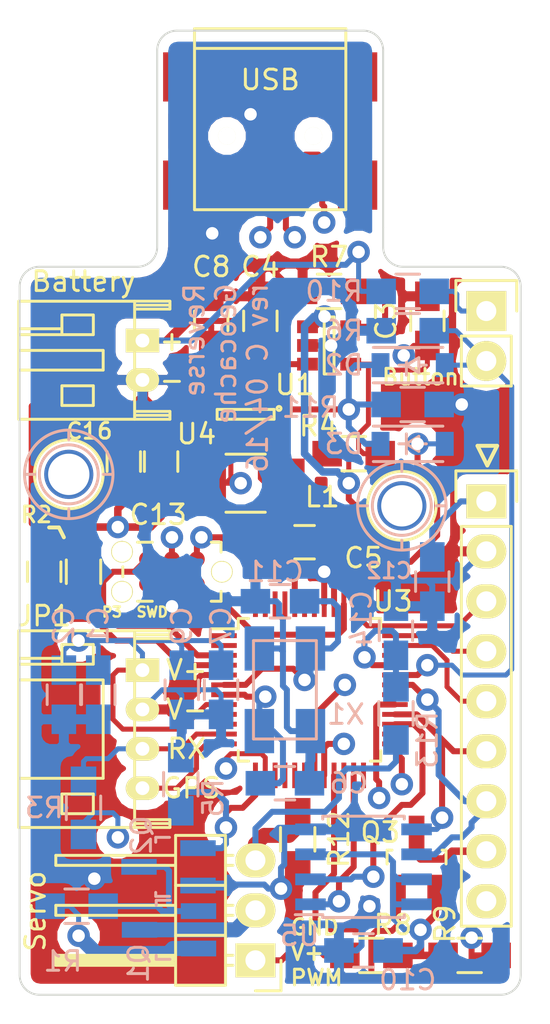
<source format=kicad_pcb>
(kicad_pcb (version 4) (host pcbnew 4.0.2-stable)
  (title_block (date 2016-03-30) (rev A))
  (layers (0 F.Cu signal) (1 GND signal) (2 PWR signal) (31 B.Cu signal) (34 B.Paste user) (35 F.Paste user) (36 B.SilkS user) (37 F.SilkS user) (38 B.Mask user) (39 F.Mask user) (44 Edge.Cuts user))
  (net 0 "")
  (net 1 +3V3)
  (net 2 GND)
  (net 3 +5V)
  (net 4 +BATT)
  (net 5 /XOUT)
  (net 6 /XIN)
  (net 7 /EN)
  (net 8 /Button)
  (net 9 /Enable)
  (net 10 "Net-(JP1-Pad1)")
  (net 11 "Net-(L1-Pad1)")
  (net 12 /D-)
  (net 13 /D+)
  (net 14 /SW_CLK)
  (net 15 /SW_RESET)
  (net 16 /SW_DIO)
  (net 17 "Net-(P5-Pad1)")
  (net 18 /SERVO_SIGNAL)
  (net 19 "Net-(P7-Pad2)")
  (net 20 /SERVO_EN)
  (net 21 /GPS_RX)
  (net 22 /BATT_STAT)
  (net 23 "Net-(R7-Pad1)")
  (net 24 /LCD_CS)
  (net 25 /LCD_RESET)
  (net 26 /LCD_DC)
  (net 27 /SPI_MOSI)
  (net 28 /SPI_SCK)
  (net 29 /SPI_MISO)
  (net 30 /EEPROM_CS)
  (net 31 /GPS_TX)
  (net 32 "Net-(Q1-Pad1)")
  (net 33 "Net-(Q3-Pad3)")
  (net 34 /BL)
  (net 35 /Vsense)
  (net 36 /Rsense)
  (module Components:MountingHole2.1mm (layer F.Cu) (at 167.7 74.9)
    (fp_text reference REF** hide)
    (fp_text value MountingHole_2.1mm hide)
    (pad 1 thru_hole circle (at 0 0) (size 2.5 2.5) (drill 2.1) (layers *.Cu *.Mask))
  )
  (module Capacitors_SMD:C_0805_HandSoldering (layer B.Cu) (at 152.25 84.5 270)
    (fp_text reference C1 (at -3.5 0 270) (layer B.SilkS) (effects (justify mirror)))
    (fp_text value 0.1uF)
    (pad 1 smd rect (at -1.25 0 270) (size 1.5 1.25) (layers B.Cu B.Paste B.Mask) (net 1 +3V3))
    (pad 2 smd rect (at 1.25 0 270) (size 1.5 1.25) (layers B.Cu B.Paste B.Mask) (net 2 GND))
  )
  (module Capacitors_SMD:C_0805_HandSoldering (layer B.Cu) (at 150.5 84.5 270)
    (fp_text reference C2 (at -3.5 0 270) (layer B.SilkS) (effects (justify mirror)))
    (fp_text value 10uF)
    (pad 1 smd rect (at -1.25 0 270) (size 1.5 1.25) (layers B.Cu B.Paste B.Mask) (net 1 +3V3))
    (pad 2 smd rect (at 1.25 0 270) (size 1.5 1.25) (layers B.Cu B.Paste B.Mask) (net 2 GND))
  )
  (module Capacitors_SMD:C_0805_HandSoldering (layer F.Cu) (at 169 65.5 90)
    (fp_text reference C3 (at 0 -2.1 90) (layer F.SilkS))
    (fp_text value 4.7uF)
    (pad 1 smd rect (at -1.25 0 90) (size 1.5 1.25) (layers F.Cu F.Paste F.Mask) (net 3 +5V))
    (pad 2 smd rect (at 1.25 0 90) (size 1.5 1.25) (layers F.Cu F.Paste F.Mask) (net 2 GND))
  )
  (module Capacitors_SMD:C_0805_HandSoldering (layer F.Cu) (at 160.5 65.5 90)
    (fp_text reference C4 (at 2.75 0 180) (layer F.SilkS))
    (fp_text value 4.7uF)
    (pad 1 smd rect (at -1.25 0 90) (size 1.5 1.25) (layers F.Cu F.Paste F.Mask) (net 4 +BATT))
    (pad 2 smd rect (at 1.25 0 90) (size 1.5 1.25) (layers F.Cu F.Paste F.Mask) (net 2 GND))
  )
  (module Capacitors_SMD:C_0805_HandSoldering (layer F.Cu) (at 162.75 76.75)
    (fp_text reference C5 (at 3 0.8) (layer F.SilkS))
    (fp_text value 10uF)
    (pad 1 smd rect (at -1.25 0) (size 1.5 1.25) (layers F.Cu F.Paste F.Mask) (net 1 +3V3))
    (pad 2 smd rect (at 1.25 0) (size 1.5 1.25) (layers F.Cu F.Paste F.Mask) (net 2 GND))
  )
  (module Capacitors_SMD:C_0805_HandSoldering (layer B.Cu) (at 161.75 89)
    (fp_text reference C6 (at 3.25 0) (layer B.SilkS) (effects (justify mirror)))
    (fp_text value 18pF)
    (pad 1 smd rect (at -1.25 0) (size 1.5 1.25) (layers B.Cu B.Paste B.Mask) (net 5 /XOUT))
    (pad 2 smd rect (at 1.25 0) (size 1.5 1.25) (layers B.Cu B.Paste B.Mask) (net 2 GND))
  )
  (module Capacitors_SMD:C_0805_HandSoldering (layer B.Cu) (at 158.5 84.25 270)
    (fp_text reference C7 (at -3.25 0 450) (layer B.SilkS) (effects (justify mirror)))
    (fp_text value 0.1uF)
    (pad 1 smd rect (at -1.25 0 270) (size 1.5 1.25) (layers B.Cu B.Paste B.Mask) (net 1 +3V3))
    (pad 2 smd rect (at 1.25 0 270) (size 1.5 1.25) (layers B.Cu B.Paste B.Mask) (net 2 GND))
  )
  (module Capacitors_SMD:C_0805_HandSoldering (layer F.Cu) (at 158 65.5 90)
    (fp_text reference C8 (at 2.75 0 180) (layer F.SilkS))
    (fp_text value 0.1uF)
    (pad 1 smd rect (at -1.25 0 90) (size 1.5 1.25) (layers F.Cu F.Paste F.Mask) (net 4 +BATT))
    (pad 2 smd rect (at 1.25 0 90) (size 1.5 1.25) (layers F.Cu F.Paste F.Mask) (net 2 GND))
  )
  (module Capacitors_SMD:C_0805_HandSoldering (layer B.Cu) (at 156.5 84.25 270)
    (fp_text reference C9 (at -3.25 0 270) (layer B.SilkS) (effects (justify mirror)))
    (fp_text value 0.1uF)
    (pad 1 smd rect (at -1.25 0 270) (size 1.5 1.25) (layers B.Cu B.Paste B.Mask) (net 1 +3V3))
    (pad 2 smd rect (at 1.25 0 270) (size 1.5 1.25) (layers B.Cu B.Paste B.Mask) (net 2 GND))
  )
  (module Capacitors_SMD:C_0805_HandSoldering (layer B.Cu) (at 165.75 97.5)
    (fp_text reference C10 (at 2.25 1.5) (layer B.SilkS) (effects (justify mirror)))
    (fp_text value 0.1uF)
    (pad 1 smd rect (at -1.25 0) (size 1.5 1.25) (layers B.Cu B.Paste B.Mask) (net 2 GND))
    (pad 2 smd rect (at 1.25 0) (size 1.5 1.25) (layers B.Cu B.Paste B.Mask) (net 1 +3V3))
  )
  (module Capacitors_SMD:C_0805_HandSoldering (layer B.Cu) (at 161.5 79.75 180)
    (fp_text reference C11 (at 0.25 1.5 180) (layer B.SilkS) (effects (justify mirror)))
    (fp_text value 18pF)
    (pad 1 smd rect (at -1.25 0 180) (size 1.5 1.25) (layers B.Cu B.Paste B.Mask) (net 6 /XIN))
    (pad 2 smd rect (at 1.25 0 180) (size 1.5 1.25) (layers B.Cu B.Paste B.Mask) (net 2 GND))
  )
  (module Capacitors_SMD:C_0805_HandSoldering (layer B.Cu) (at 169.25 78.75 90)
    (fp_text reference C12 (at 0.55 -2.2 180) (layer B.SilkS) (effects (font (size 0.8 0.8)) (justify mirror)))
    (fp_text value 10uF)
    (pad 1 smd rect (at -1.25 0 90) (size 1.5 1.25) (layers B.Cu B.Paste B.Mask) (net 2 GND))
    (pad 2 smd rect (at 1.25 0 90) (size 1.5 1.25) (layers B.Cu B.Paste B.Mask) (net 1 +3V3))
  )
  (module Capacitors_SMD:C_0805_HandSoldering (layer F.Cu) (at 155.45 72.65 90)
    (fp_text reference C13 (at -2.7 -0.15 180) (layer F.SilkS))
    (fp_text value 10uF)
    (pad 1 smd rect (at -1.25 0 90) (size 1.5 1.25) (layers F.Cu F.Paste F.Mask) (net 1 +3V3))
    (pad 2 smd rect (at 1.25 0 90) (size 1.5 1.25) (layers F.Cu F.Paste F.Mask) (net 2 GND))
  )
  (module Capacitors_SMD:C_0805_HandSoldering (layer F.Cu) (at 153.55 72.65 90)
    (fp_text reference C16 (at 1.55 -1.75 180) (layer F.SilkS) (effects (font (size 0.8 0.8))))
    (fp_text value 0.1uF)
    (pad 1 smd rect (at -1.25 0 90) (size 1.5 1.25) (layers F.Cu F.Paste F.Mask) (net 1 +3V3))
    (pad 2 smd rect (at 1.25 0 90) (size 1.5 1.25) (layers F.Cu F.Paste F.Mask) (net 2 GND))
  )
  (module Diodes_SMD:SOD-123 (layer B.Cu) (at 168.25 67.75)
    (fp_text reference D2 (at -3.5 0) (layer B.SilkS) (effects (justify mirror)))
    (fp_text value D)
    (pad 1 smd rect (at -1.635 0) (size 0.91 1.22) (layers B.Cu B.Paste B.Mask) (net 7 /EN))
    (pad 2 smd rect (at 1.635 0) (size 0.91 1.22) (layers B.Cu B.Paste B.Mask) (net 8 /Button))
  )
  (module Diodes_SMD:SOD-123 (layer B.Cu) (at 168.25 71.75)
    (fp_text reference D3 (at -3.5 0) (layer B.SilkS) (effects (justify mirror)))
    (fp_text value D)
    (pad 1 smd rect (at -1.635 0) (size 0.91 1.22) (layers B.Cu B.Paste B.Mask) (net 7 /EN))
    (pad 2 smd rect (at 1.635 0) (size 0.91 1.22) (layers B.Cu B.Paste B.Mask) (net 9 /Enable))
  )
  (module Capacitors_SMD:C_0805 (layer F.Cu) (at 149.5 78.25 90)
    (fp_text reference JP1 (at -2.25 0 180) (layer F.SilkS))
    (fp_text value Jumper_NO_Small)
    (pad 1 smd rect (at -1 0 90) (size 1 1.25) (layers F.Cu F.Paste F.Mask) (net 10 "Net-(JP1-Pad1)"))
    (pad 2 smd rect (at 1 0 90) (size 1 1.25) (layers F.Cu F.Paste F.Mask) (net 2 GND))
  )
  (module Components:POGO_Connector (layer F.Cu) (at 156 78.25 180)
    (fp_text reference P3 (at 3.05 -2.05 180) (layer F.SilkS) (effects (font (size 0.508 0.508) (thickness 0.127))))
    (fp_text value SWD (at 1 -2.05 180) (layer F.SilkS) (effects (font (size 0.508 0.508) (thickness 0.127))))
    (pad 1 smd circle (at -1.27 0.635 180) (size 0.8 0.8) (layers F.Cu F.Mask) (net 1 +3V3) (clearance 0.1))
    (pad 3 smd circle (at 0 0.635 180) (size 0.8 0.8) (layers F.Cu F.Mask) (net 14 /SW_CLK) (clearance 0.1))
    (pad 5 smd circle (at 1.27 0.635 180) (size 0.8 0.8) (layers F.Cu F.Mask) (net 15 /SW_RESET) (clearance 0.1))
    (pad 6 smd circle (at 1.27 -0.625 180) (size 0.8 0.8) (layers F.Cu F.Mask) (net 2 GND) (clearance 0.1))
    (pad 4 smd circle (at 0 -0.635 180) (size 0.8 0.8) (layers F.Cu F.Mask) (clearance 0.1))
    (pad 2 smd circle (at -1.27 -0.635 180) (size 0.8 0.8) (layers F.Cu F.Mask) (net 16 /SW_DIO) (clearance 0.1))
    (pad "" thru_hole circle (at 2.54 -1.016 180) (size 1.1 1.1) (drill 1) (layers *.Cu *.Mask F.SilkS) (clearance 0.1))
    (pad "" thru_hole circle (at 2.54 1.015 180) (size 1.1 1.1) (drill 1) (layers *.Cu *.Mask F.SilkS) (clearance 0.1))
    (pad "" thru_hole circle (at -2.54 0 180) (size 1.1 1.1) (drill 1) (layers *.Cu *.Mask F.SilkS) (clearance 0.1))
  )
  (module Pin_Headers:Pin_Header_Straight_1x02 (layer F.Cu) (at 172 65)
    (fp_text reference P5 hide)
    (fp_text value Button)
    (pad 1 thru_hole rect (at 0 0) (size 2.032 2.032) (drill 1.016) (layers *.Cu *.Mask F.SilkS) (net 17 "Net-(P5-Pad1)"))
    (pad 2 thru_hole oval (at 0 2.54) (size 2.032 2.032) (drill 1.016) (layers *.Cu *.Mask F.SilkS) (net 8 /Button))
  )
  (module Pin_Headers:Pin_Header_Angled_1x03 (layer F.Cu) (at 160.25 98 180)
    (fp_text reference P7 hide)
    (fp_text value Servo)
    (pad 1 thru_hole rect (at 0 0 180) (size 2.032 1.7272) (drill 1.016) (layers *.Cu *.Mask F.SilkS) (net 18 /SERVO_SIGNAL))
    (pad 2 thru_hole oval (at 0 2.54 180) (size 2.032 1.7272) (drill 1.016) (layers *.Cu *.Mask F.SilkS) (net 19 "Net-(P7-Pad2)"))
    (pad 3 thru_hole oval (at 0 5.08 180) (size 2.032 1.7272) (drill 1.016) (layers *.Cu *.Mask F.SilkS) (net 36 /Rsense))
  )
  (module Resistors_SMD:R_0805_HandSoldering (layer B.Cu) (at 151.15 95.25 180)
    (fp_text reference R1 (at 0.7 -2.8 180) (layer B.SilkS) (effects (justify mirror)))
    (fp_text value 4K7)
    (pad 1 smd rect (at -1.35 0 180) (size 1.5 1.3) (layers B.Cu B.Paste B.Mask) (net 32 "Net-(Q1-Pad1)"))
    (pad 2 smd rect (at 1.35 0 180) (size 1.5 1.3) (layers B.Cu B.Paste B.Mask) (net 4 +BATT))
  )
  (module Resistors_SMD:R_0805_HandSoldering (layer F.Cu) (at 151.5 78.25 270)
    (fp_text reference R2 (at -2.9 2.4 360) (layer F.SilkS) (effects (font (size 0.8 0.8))))
    (fp_text value 10K)
    (pad 1 smd rect (at -1.35 0 270) (size 1.5 1.3) (layers F.Cu F.Paste F.Mask) (net 1 +3V3))
    (pad 2 smd rect (at 1.35 0 270) (size 1.5 1.3) (layers F.Cu F.Paste F.Mask) (net 10 "Net-(JP1-Pad1)"))
  )
  (module Resistors_SMD:R_0805_HandSoldering (layer B.Cu) (at 151.5 90.25 90)
    (fp_text reference R3 (at 0 -2 180) (layer B.SilkS) (effects (justify mirror)))
    (fp_text value 4K7)
    (pad 1 smd rect (at -1.35 0 90) (size 1.5 1.3) (layers B.Cu B.Paste B.Mask) (net 1 +3V3))
    (pad 2 smd rect (at 1.35 0 90) (size 1.5 1.3) (layers B.Cu B.Paste B.Mask) (net 21 /GPS_RX))
  )
  (module Resistors_SMD:R_0805_HandSoldering (layer F.Cu) (at 165.25 72.25)
    (fp_text reference R4 (at -1.8 -1.4) (layer F.SilkS))
    (fp_text value 470)
    (pad 1 smd rect (at -1.35 0) (size 1.5 1.3) (layers F.Cu F.Paste F.Mask) (net 22 /BATT_STAT))
    (pad 2 smd rect (at 1.35 0) (size 1.5 1.3) (layers F.Cu F.Paste F.Mask) (net 3 +5V))
  )
  (module Resistors_SMD:R_0805_HandSoldering (layer B.Cu) (at 168 64)
    (fp_text reference R6 (at -3.25 2) (layer B.SilkS) (effects (justify mirror)))
    (fp_text value 4K7)
    (pad 1 smd rect (at -1.35 0) (size 1.5 1.3) (layers B.Cu B.Paste B.Mask) (net 4 +BATT))
    (pad 2 smd rect (at 1.35 0) (size 1.5 1.3) (layers B.Cu B.Paste B.Mask) (net 17 "Net-(P5-Pad1)"))
  )
  (module Resistors_SMD:R_0805_HandSoldering (layer F.Cu) (at 164 64 180)
    (fp_text reference R7 (at 0 1.75 180) (layer F.SilkS))
    (fp_text value 2K)
    (pad 1 smd rect (at -1.35 0 180) (size 1.5 1.3) (layers F.Cu F.Paste F.Mask) (net 23 "Net-(R7-Pad1)"))
    (pad 2 smd rect (at 1.35 0 180) (size 1.5 1.3) (layers F.Cu F.Paste F.Mask) (net 2 GND))
  )
  (module Resistors_SMD:R_0805_HandSoldering (layer B.Cu) (at 168 66 180)
    (fp_text reference R10 (at 3.75 2 180) (layer B.SilkS) (effects (justify mirror)))
    (fp_text value 10K)
    (pad 1 smd rect (at -1.35 0 180) (size 1.5 1.3) (layers B.Cu B.Paste B.Mask) (net 8 /Button))
    (pad 2 smd rect (at 1.35 0 180) (size 1.5 1.3) (layers B.Cu B.Paste B.Mask) (net 2 GND))
  )
  (module Resistors_SMD:R_0805_HandSoldering (layer B.Cu) (at 168.25 69.75)
    (fp_text reference R11 (at -5.2 0.15) (layer B.SilkS) (effects (justify mirror)))
    (fp_text value 10K)
    (pad 1 smd rect (at -1.35 0) (size 1.5 1.3) (layers B.Cu B.Paste B.Mask) (net 7 /EN))
    (pad 2 smd rect (at 1.35 0) (size 1.5 1.3) (layers B.Cu B.Paste B.Mask) (net 2 GND))
  )
  (module TO_SOT_Packages_SMD:SOT-23-5 (layer F.Cu) (at 164 66.75)
    (fp_text reference U1 (at -1.75 2) (layer F.SilkS))
    (fp_text value MCP73831/OT)
    (pad 1 smd rect (at -1.1 -0.95) (size 1.06 0.65) (layers F.Cu F.Paste F.Mask) (net 22 /BATT_STAT))
    (pad 2 smd rect (at -1.1 0) (size 1.06 0.65) (layers F.Cu F.Paste F.Mask) (net 2 GND))
    (pad 3 smd rect (at -1.1 0.95) (size 1.06 0.65) (layers F.Cu F.Paste F.Mask) (net 4 +BATT))
    (pad 4 smd rect (at 1.1 0.95) (size 1.06 0.65) (layers F.Cu F.Paste F.Mask) (net 3 +5V))
    (pad 5 smd rect (at 1.1 -0.95) (size 1.06 0.65) (layers F.Cu F.Paste F.Mask) (net 23 "Net-(R7-Pad1)"))
  )
  (module QFP:LQFP-48_7x7mm_Pitch0.5mm (layer F.Cu) (at 163 84.25)
    (fp_text reference U3 (at 4.25 -4.5) (layer F.SilkS))
    (fp_text value LPC11U24FBD48)
    (pad 1 smd rect (at -4.35 -2.75) (size 1.3 0.25) (layers F.Cu F.Paste F.Mask))
    (pad 2 smd rect (at -4.35 -2.25) (size 1.3 0.25) (layers F.Cu F.Paste F.Mask))
    (pad 3 smd rect (at -4.35 -1.75) (size 1.3 0.25) (layers F.Cu F.Paste F.Mask) (net 15 /SW_RESET))
    (pad 4 smd rect (at -4.35 -1.25) (size 1.3 0.25) (layers F.Cu F.Paste F.Mask) (net 10 "Net-(JP1-Pad1)"))
    (pad 5 smd rect (at -4.35 -0.75) (size 1.3 0.25) (layers F.Cu F.Paste F.Mask) (net 2 GND))
    (pad 6 smd rect (at -4.35 -0.25) (size 1.3 0.25) (layers F.Cu F.Paste F.Mask) (net 6 /XIN))
    (pad 7 smd rect (at -4.35 0.25) (size 1.3 0.25) (layers F.Cu F.Paste F.Mask) (net 5 /XOUT))
    (pad 8 smd rect (at -4.35 0.75) (size 1.3 0.25) (layers F.Cu F.Paste F.Mask) (net 1 +3V3))
    (pad 9 smd rect (at -4.35 1.25) (size 1.3 0.25) (layers F.Cu F.Paste F.Mask))
    (pad 10 smd rect (at -4.35 1.75) (size 1.3 0.25) (layers F.Cu F.Paste F.Mask))
    (pad 11 smd rect (at -4.35 2.25) (size 1.3 0.25) (layers F.Cu F.Paste F.Mask) (net 21 /GPS_RX))
    (pad 12 smd rect (at -4.35 2.75) (size 1.3 0.25) (layers F.Cu F.Paste F.Mask) (net 31 /GPS_TX))
    (pad 13 smd rect (at -2.75 4.35 90) (size 1.3 0.25) (layers F.Cu F.Paste F.Mask) (net 20 /SERVO_EN))
    (pad 14 smd rect (at -2.25 4.35 90) (size 1.3 0.25) (layers F.Cu F.Paste F.Mask) (net 3 +5V))
    (pad 15 smd rect (at -1.75 4.35 90) (size 1.3 0.25) (layers F.Cu F.Paste F.Mask))
    (pad 16 smd rect (at -1.25 4.35 90) (size 1.3 0.25) (layers F.Cu F.Paste F.Mask))
    (pad 17 smd rect (at -0.75 4.35 90) (size 1.3 0.25) (layers F.Cu F.Paste F.Mask))
    (pad 18 smd rect (at -0.25 4.35 90) (size 1.3 0.25) (layers F.Cu F.Paste F.Mask))
    (pad 19 smd rect (at 0.25 4.35 90) (size 1.3 0.25) (layers F.Cu F.Paste F.Mask) (net 12 /D-))
    (pad 20 smd rect (at 0.75 4.35 90) (size 1.3 0.25) (layers F.Cu F.Paste F.Mask) (net 13 /D+))
    (pad 21 smd rect (at 1.25 4.35 90) (size 1.3 0.25) (layers F.Cu F.Paste F.Mask) (net 18 /SERVO_SIGNAL))
    (pad 22 smd rect (at 1.75 4.35 90) (size 1.3 0.25) (layers F.Cu F.Paste F.Mask))
    (pad 23 smd rect (at 2.25 4.35 90) (size 1.3 0.25) (layers F.Cu F.Paste F.Mask) (net 30 /EEPROM_CS))
    (pad 24 smd rect (at 2.75 4.35 90) (size 1.3 0.25) (layers F.Cu F.Paste F.Mask))
    (pad 25 smd rect (at 4.35 2.75) (size 1.3 0.25) (layers F.Cu F.Paste F.Mask) (net 34 /BL))
    (pad 26 smd rect (at 4.35 2.25) (size 1.3 0.25) (layers F.Cu F.Paste F.Mask))
    (pad 27 smd rect (at 4.35 1.75) (size 1.3 0.25) (layers F.Cu F.Paste F.Mask) (net 29 /SPI_MISO))
    (pad 28 smd rect (at 4.35 1.25) (size 1.3 0.25) (layers F.Cu F.Paste F.Mask) (net 27 /SPI_MOSI))
    (pad 29 smd rect (at 4.35 0.75) (size 1.3 0.25) (layers F.Cu F.Paste F.Mask) (net 14 /SW_CLK))
    (pad 30 smd rect (at 4.35 0.25) (size 1.3 0.25) (layers F.Cu F.Paste F.Mask))
    (pad 31 smd rect (at 4.35 -0.25) (size 1.3 0.25) (layers F.Cu F.Paste F.Mask) (net 28 /SPI_SCK))
    (pad 32 smd rect (at 4.35 -0.75) (size 1.3 0.25) (layers F.Cu F.Paste F.Mask) (net 8 /Button))
    (pad 33 smd rect (at 4.35 -1.25) (size 1.3 0.25) (layers F.Cu F.Paste F.Mask) (net 35 /Vsense))
    (pad 34 smd rect (at 4.35 -1.75) (size 1.3 0.25) (layers F.Cu F.Paste F.Mask))
    (pad 35 smd rect (at 4.35 -2.25) (size 1.3 0.25) (layers F.Cu F.Paste F.Mask) (net 26 /LCD_DC))
    (pad 36 smd rect (at 4.35 -2.75) (size 1.3 0.25) (layers F.Cu F.Paste F.Mask) (net 25 /LCD_RESET))
    (pad 37 smd rect (at 2.75 -4.35 90) (size 1.3 0.25) (layers F.Cu F.Paste F.Mask) (net 24 /LCD_CS))
    (pad 38 smd rect (at 2.25 -4.35 90) (size 1.3 0.25) (layers F.Cu F.Paste F.Mask) (net 9 /Enable))
    (pad 39 smd rect (at 1.75 -4.35 90) (size 1.3 0.25) (layers F.Cu F.Paste F.Mask) (net 16 /SW_DIO))
    (pad 40 smd rect (at 1.25 -4.35 90) (size 1.3 0.25) (layers F.Cu F.Paste F.Mask) (net 22 /BATT_STAT))
    (pad 41 smd rect (at 0.75 -4.35 90) (size 1.3 0.25) (layers F.Cu F.Paste F.Mask) (net 2 GND))
    (pad 42 smd rect (at 0.25 -4.35 90) (size 1.3 0.25) (layers F.Cu F.Paste F.Mask))
    (pad 43 smd rect (at -0.25 -4.35 90) (size 1.3 0.25) (layers F.Cu F.Paste F.Mask))
    (pad 44 smd rect (at -0.75 -4.35 90) (size 1.3 0.25) (layers F.Cu F.Paste F.Mask) (net 1 +3V3))
    (pad 45 smd rect (at -1.25 -4.35 90) (size 1.3 0.25) (layers F.Cu F.Paste F.Mask))
    (pad 46 smd rect (at -1.75 -4.35 90) (size 1.3 0.25) (layers F.Cu F.Paste F.Mask))
    (pad 47 smd rect (at -2.25 -4.35 90) (size 1.3 0.25) (layers F.Cu F.Paste F.Mask))
    (pad 48 smd rect (at -2.75 -4.35 90) (size 1.3 0.25) (layers F.Cu F.Paste F.Mask))
  )
  (module TO_SOT_Packages_SMD:SOT-23-5 (layer F.Cu) (at 159.75 70.25 270)
    (fp_text reference U4 (at 1 2.5 360) (layer F.SilkS))
    (fp_text value LM3670MF)
    (pad 1 smd rect (at -1.1 -0.95 270) (size 1.06 0.65) (layers F.Cu F.Paste F.Mask) (net 4 +BATT))
    (pad 2 smd rect (at -1.1 0 270) (size 1.06 0.65) (layers F.Cu F.Paste F.Mask) (net 2 GND))
    (pad 3 smd rect (at -1.1 0.95 270) (size 1.06 0.65) (layers F.Cu F.Paste F.Mask) (net 7 /EN))
    (pad 4 smd rect (at 1.1 0.95 270) (size 1.06 0.65) (layers F.Cu F.Paste F.Mask) (net 1 +3V3))
    (pad 5 smd rect (at 1.1 -0.95 270) (size 1.06 0.65) (layers F.Cu F.Paste F.Mask) (net 11 "Net-(L1-Pad1)"))
  )
  (module SOIC_Packages:SOIC-8_3.9x4.9mm_Pitch1.27mm (layer B.Cu) (at 165.75 93.25)
    (fp_text reference U5 (at -3.25 3.5) (layer B.SilkS) (effects (justify mirror)))
    (fp_text value 25LC640A-I/SN)
    (pad 1 smd rect (at -2.7 1.905) (size 1.55 0.6) (layers B.Cu B.Paste B.Mask) (net 30 /EEPROM_CS))
    (pad 2 smd rect (at -2.7 0.635) (size 1.55 0.6) (layers B.Cu B.Paste B.Mask) (net 29 /SPI_MISO))
    (pad 3 smd rect (at -2.7 -0.635) (size 1.55 0.6) (layers B.Cu B.Paste B.Mask) (net 1 +3V3))
    (pad 4 smd rect (at -2.7 -1.905) (size 1.55 0.6) (layers B.Cu B.Paste B.Mask) (net 2 GND))
    (pad 5 smd rect (at 2.7 -1.905) (size 1.55 0.6) (layers B.Cu B.Paste B.Mask) (net 27 /SPI_MOSI))
    (pad 6 smd rect (at 2.7 -0.635) (size 1.55 0.6) (layers B.Cu B.Paste B.Mask) (net 28 /SPI_SCK))
    (pad 7 smd rect (at 2.7 0.635) (size 1.55 0.6) (layers B.Cu B.Paste B.Mask) (net 1 +3V3))
    (pad 8 smd rect (at 2.7 1.905) (size 1.55 0.6) (layers B.Cu B.Paste B.Mask) (net 1 +3V3))
  )
  (module Connect:USB_Mini-B (layer F.Cu) (at 161 55.25 270)
    (fp_text reference P1 hide)
    (fp_text value USB_Mini_B)
    (pad 1 smd rect (at 3.44932 -1.6002 270) (size 2.30124 0.50038) (layers F.Cu F.Paste F.Mask) (net 3 +5V))
    (pad 2 smd rect (at 3.44932 -0.8001 270) (size 2.30124 0.50038) (layers F.Cu F.Paste F.Mask) (net 12 /D-))
    (pad 3 smd rect (at 3.44932 0 270) (size 2.30124 0.50038) (layers F.Cu F.Paste F.Mask) (net 13 /D+))
    (pad 4 smd rect (at 3.44932 0.8001 270) (size 2.30124 0.50038) (layers F.Cu F.Paste F.Mask))
    (pad 5 smd rect (at 3.44932 1.6002 270) (size 2.30124 0.50038) (layers F.Cu F.Paste F.Mask) (net 2 GND))
    (pad 6 smd rect (at 3.35026 -4.45008 270) (size 2.49936 1.99898) (layers F.Cu F.Paste F.Mask))
    (pad 6 smd rect (at -2.14884 -4.45008 270) (size 2.49936 1.99898) (layers F.Cu F.Paste F.Mask))
    (pad 6 smd rect (at 3.35026 4.45008 270) (size 2.49936 1.99898) (layers F.Cu F.Paste F.Mask))
    (pad 6 smd rect (at -2.14884 4.45008 270) (size 2.49936 1.99898) (layers F.Cu F.Paste F.Mask))
    (pad "" np_thru_hole circle (at 0.8509 -2.19964 270) (size 0.89916 0.89916) (drill 0.89916) (layers *.Cu *.Mask F.SilkS))
    (pad "" np_thru_hole circle (at 0.8509 2.19964 270) (size 0.89916 0.89916) (drill 0.89916) (layers *.Cu *.Mask F.SilkS))
  )
  (module Resistors_SMD:R_1210_HandSoldering (layer F.Cu) (at 159.75 73.75 180)
    (fp_text reference L1 (at -3.9 -0.7 180) (layer F.SilkS))
    (fp_text value 10uH)
    (pad 1 smd rect (at -2 0 180) (size 2 2.5) (layers F.Cu F.Paste F.Mask) (net 11 "Net-(L1-Pad1)"))
    (pad 2 smd rect (at 2 0 180) (size 2 2.5) (layers F.Cu F.Paste F.Mask) (net 1 +3V3))
  )
  (module Connectors_JST:JST_PH_S02B-PH-K-S_02x2.00mm_Angled (layer F.Cu) (at 154.5 66.50076 270)
    (fp_text reference P2 hide)
    (fp_text value Battery)
    (pad 1 thru_hole rect (at -0.00076 0 270) (size 1.19888 1.69926) (drill 0.70104) (layers *.Cu *.Mask F.SilkS) (net 4 +BATT))
    (pad 2 thru_hole oval (at 2.00076 0 270) (size 1.19888 1.69926) (drill 0.70104) (layers *.Cu *.Mask F.SilkS) (net 2 GND))
  )
  (module Connectors_JST:JST_PH_S04B-PH-K-S_04x2.00mm_Angled (layer F.Cu) (at 154.5 83.25 270)
    (fp_text reference P4 hide)
    (fp_text value GPS)
    (pad 1 thru_hole rect (at 0.00026 0 270) (size 1.19888 1.69926) (drill 0.70104) (layers *.Cu *.Mask F.SilkS) (net 1 +3V3))
    (pad 2 thru_hole oval (at 1.99924 0 270) (size 1.19888 1.69926) (drill 0.70104) (layers *.Cu *.Mask F.SilkS) (net 2 GND))
    (pad 3 thru_hole oval (at 4.00076 0 270) (size 1.19888 1.69926) (drill 0.70104) (layers *.Cu *.Mask F.SilkS) (net 21 /GPS_RX))
    (pad 4 thru_hole oval (at 5.99974 0 270) (size 1.19888 1.69926) (drill 0.70104) (layers *.Cu *.Mask F.SilkS) (net 31 /GPS_TX))
  )
  (module Components:crystal_SMD_5032 (layer B.Cu) (at 161.75 84.25 90)
    (fp_text reference X1 (at -1.25 3.1 180) (layer B.SilkS) (effects (justify mirror)))
    (fp_text value 12.000MHz hide)
    (pad 3 smd rect (at -2.1 1.3 90) (size 2.25 1.5) (layers B.Cu B.Paste B.Mask) (net 2 GND) (clearance 0.1))
    (pad 2 smd rect (at 2.1 1.3 90) (size 2.25 1.5) (layers B.Cu B.Paste B.Mask) (net 6 /XIN) (clearance 0.1))
    (pad 3 smd rect (at 2.1 -1.3 90) (size 2.25 1.5) (layers B.Cu B.Paste B.Mask) (net 2 GND) (clearance 0.1))
    (pad 1 smd rect (at -2.1 -1.3 90) (size 2.25 1.5) (layers B.Cu B.Paste B.Mask) (net 5 /XOUT) (clearance 0.1))
  )
  (module Pin_Headers:Pin_Header_Straight_1x09 (layer F.Cu) (at 172 74.675)
    (fp_text reference U2 hide)
    (fp_text value ILI9341_LCD_Breakout)
    (pad 1 thru_hole rect (at 0 0) (size 2.032 1.7272) (drill 1.016) (layers *.Cu *.Mask F.SilkS) (net 1 +3V3))
    (pad 2 thru_hole oval (at 0 2.54) (size 2.032 1.7272) (drill 1.016) (layers *.Cu *.Mask F.SilkS) (net 2 GND))
    (pad 3 thru_hole oval (at 0 5.08) (size 2.032 1.7272) (drill 1.016) (layers *.Cu *.Mask F.SilkS) (net 24 /LCD_CS))
    (pad 4 thru_hole oval (at 0 7.62) (size 2.032 1.7272) (drill 1.016) (layers *.Cu *.Mask F.SilkS) (net 25 /LCD_RESET))
    (pad 5 thru_hole oval (at 0 10.16) (size 2.032 1.7272) (drill 1.016) (layers *.Cu *.Mask F.SilkS) (net 26 /LCD_DC))
    (pad 6 thru_hole oval (at 0 12.7) (size 2.032 1.7272) (drill 1.016) (layers *.Cu *.Mask F.SilkS) (net 27 /SPI_MOSI))
    (pad 7 thru_hole oval (at 0 15.24) (size 2.032 1.7272) (drill 1.016) (layers *.Cu *.Mask F.SilkS) (net 28 /SPI_SCK))
    (pad 8 thru_hole oval (at 0 17.78) (size 2.032 1.7272) (drill 1.016) (layers *.Cu *.Mask F.SilkS) (net 33 "Net-(Q3-Pad3)"))
    (pad 9 thru_hole oval (at 0 20.32) (size 2.032 1.7272) (drill 1.016) (layers *.Cu *.Mask F.SilkS) (net 29 /SPI_MISO))
  )
  (module TO_SOT_Packages_SMD:SOT-23_Handsoldering (layer B.Cu) (at 155.85 96.45 270)
    (fp_text reference Q1 (at 1.7 1.55 270) (layer B.SilkS) (effects (justify mirror)))
    (fp_text value SSM3J328R)
    (pad 1 smd rect (at -0.95 -1.50114 270) (size 0.8001 1.80086) (layers B.Cu B.Paste B.Mask) (net 32 "Net-(Q1-Pad1)"))
    (pad 2 smd rect (at 0.95 -1.50114 270) (size 0.8001 1.80086) (layers B.Cu B.Paste B.Mask) (net 4 +BATT))
    (pad 3 smd rect (at 0 1.50114 270) (size 0.8001 1.80086) (layers B.Cu B.Paste B.Mask) (net 19 "Net-(P7-Pad2)"))
  )
  (module TO_SOT_Packages_SMD:SOT-23_Handsoldering (layer B.Cu) (at 155.825 93.25 270)
    (fp_text reference Q2 (at -1.6 1.375 450) (layer B.SilkS) (effects (justify mirror)))
    (fp_text value DMP3098L)
    (pad 1 smd rect (at -0.95 -1.50114 270) (size 0.8001 1.80086) (layers B.Cu B.Paste B.Mask) (net 20 /SERVO_EN))
    (pad 2 smd rect (at 0.95 -1.50114 270) (size 0.8001 1.80086) (layers B.Cu B.Paste B.Mask) (net 2 GND))
    (pad 3 smd rect (at 0 1.50114 270) (size 0.8001 1.80086) (layers B.Cu B.Paste B.Mask) (net 32 "Net-(Q1-Pad1)"))
  )
  (module Resistors_SMD:R_0805_HandSoldering (layer B.Cu) (at 156.45 89.05 90)
    (fp_text reference R5 (at -0.7 1.65 90) (layer B.SilkS) (effects (justify mirror)))
    (fp_text value 4K7)
    (pad 1 smd rect (at -1.35 0 90) (size 1.5 1.3) (layers B.Cu B.Paste B.Mask) (net 20 /SERVO_EN))
    (pad 2 smd rect (at 1.35 0 90) (size 1.5 1.3) (layers B.Cu B.Paste B.Mask) (net 2 GND))
  )
  (module Resistors_SMD:R_0805_HandSoldering (layer F.Cu) (at 166.15 97.75 180)
    (fp_text reference R8 (at -1.1 1.55 180) (layer F.SilkS))
    (fp_text value 4K7)
    (pad 1 smd rect (at -1.35 0 180) (size 1.5 1.3) (layers F.Cu F.Paste F.Mask) (net 1 +3V3))
    (pad 2 smd rect (at 1.35 0 180) (size 1.5 1.3) (layers F.Cu F.Paste F.Mask) (net 18 /SERVO_SIGNAL))
  )
  (module TO_SOT_Packages_SMD:SOT-23_Handsoldering (layer F.Cu) (at 168.45 93.05)
    (fp_text reference Q3 (at -1.85 -1.55) (layer F.SilkS))
    (fp_text value SSM3J328R)
    (pad 1 smd rect (at -0.95 1.50114) (size 0.8001 1.80086) (layers F.Cu F.Paste F.Mask) (net 34 /BL))
    (pad 2 smd rect (at 0.95 1.50114) (size 0.8001 1.80086) (layers F.Cu F.Paste F.Mask) (net 1 +3V3))
    (pad 3 smd rect (at 0 -1.50114) (size 0.8001 1.80086) (layers F.Cu F.Paste F.Mask) (net 33 "Net-(Q3-Pad3)"))
  )
  (module Resistors_SMD:R_0805_HandSoldering (layer F.Cu) (at 171.15 97.75)
    (fp_text reference R9 (at -1.25 -1.6 90) (layer F.SilkS))
    (fp_text value 10K)
    (pad 1 smd rect (at -1.35 0) (size 1.5 1.3) (layers F.Cu F.Paste F.Mask) (net 1 +3V3))
    (pad 2 smd rect (at 1.35 0) (size 1.5 1.3) (layers F.Cu F.Paste F.Mask) (net 34 /BL))
  )
  (module Capacitors_SMD:C_0805_HandSoldering (layer B.Cu) (at 167.4 81.25 90)
    (fp_text reference C14 (at 0.6 -1.75 90) (layer B.SilkS) (effects (justify mirror)))
    (fp_text value 10uF)
    (pad 1 smd rect (at -1.25 0 90) (size 1.5 1.25) (layers B.Cu B.Paste B.Mask) (net 35 /Vsense))
    (pad 2 smd rect (at 1.25 0 90) (size 1.5 1.25) (layers B.Cu B.Paste B.Mask) (net 2 GND))
  )
  (module Resistors_SMD:R_0805_HandSoldering (layer F.Cu) (at 162.4 91.85 270)
    (fp_text reference R12 (at 0 -2.1 270) (layer F.SilkS))
    (fp_text value 0R1)
    (pad 1 smd rect (at -1.35 0 270) (size 1.5 1.3) (layers F.Cu F.Paste F.Mask) (net 36 /Rsense))
    (pad 2 smd rect (at 1.35 0 270) (size 1.5 1.3) (layers F.Cu F.Paste F.Mask) (net 2 GND))
  )
  (module Resistors_SMD:R_0805_HandSoldering (layer B.Cu) (at 167.4 85.45 270)
    (fp_text reference R13 (at 1.35 -1.6 270) (layer B.SilkS) (effects (justify mirror)))
    (fp_text value 10K)
    (pad 1 smd rect (at -1.35 0 270) (size 1.5 1.3) (layers B.Cu B.Paste B.Mask) (net 35 /Vsense))
    (pad 2 smd rect (at 1.35 0 270) (size 1.5 1.3) (layers B.Cu B.Paste B.Mask) (net 36 /Rsense))
  )
  (module Components:MountingHole2.1mm (layer F.Cu) (at 150.75 73.3)
    (fp_text reference REF** hide)
    (fp_text value MountingHole_2.1mm hide)
    (pad 1 thru_hole circle (at 0 0) (size 2.5 2.5) (drill 2.1) (layers *.Cu *.Mask))
  )
  (gr_line (start 171.55 71.85) (end 172.05 72.85) (layer F.SilkS) (width 0.2))
  (gr_line (start 172.55 71.85) (end 171.55 71.85) (layer F.SilkS) (width 0.2))
  (gr_line (start 172.05 72.85) (end 172.55 71.85) (layer F.SilkS) (width 0.2))
  (gr_text "Reverse \nGeocache\nrev C 04/16" (at 158.75 63.5 90) (layer B.SilkS) (effects (font (size 1 1)) (justify left mirror)))
  (gr_text Button (at 168.65 68.35) (layer F.SilkS) (effects (font (size 0.8 0.8))))
  (gr_text USB (at 161 53.25) (layer F.SilkS) (effects (font (size 1 1))))
  (gr_text - (at 156 68.5) (layer F.SilkS) (effects (font (size 1 1))))
  (gr_text + (at 156 66.5) (layer F.SilkS) (effects (font (size 1 1))))
  (gr_text Battery (at 151.5 63.5) (layer F.SilkS) (effects (font (size 1 1))))
  (gr_text RX (at 156.75 87.25) (layer F.SilkS) (effects (font (size 1 1))))
  (gr_text V- (at 156.75 85.25) (layer F.SilkS) (effects (font (size 1 1))))
  (gr_text "V+\n" (at 156.75 83.25) (layer F.SilkS) (effects (font (size 1 1))))
  (gr_text Servo (at 149.05 95.5 90) (layer F.SilkS) (effects (font (size 1 1))))
  (gr_text GPS (at 157 89.25) (layer F.SilkS) (effects (font (size 1 1))))
  (gr_text "GND\nV+\nPWM" (at 161.95 97.6) (layer F.SilkS) (effects (font (size 0.8 0.8)) (justify left)))
  (gr_line (start 150.25 76) (end 150.5 76.5) (layer F.SilkS) (width 0.2))
  (gr_line (start 149.75 76) (end 150.25 76) (layer F.SilkS) (width 0.2))
  (gr_line (start 172.75 99.75) (end 149.25 99.75) (angle 90) (layer Edge.Cuts) (width 0.1))
  (gr_arc (start 172.75 98.75) (end 173.75 98.75) (angle 90) (layer Edge.Cuts) (width 0.1))
  (gr_arc (start 149.25 98.75) (end 149.25 99.75) (angle 90) (layer Edge.Cuts) (width 0.1))
  (gr_line (start 148.25 63.75) (end 148.25 98.75) (angle 90) (layer Edge.Cuts) (width 0.1))
  (gr_line (start 173.75 63.75) (end 173.75 98.75) (angle 90) (layer Edge.Cuts) (width 0.1))
  (gr_arc (start 172.75 63.75) (end 172.75 62.75) (angle 90) (layer Edge.Cuts) (width 0.1))
  (gr_line (start 167.75 62.75) (end 172.75 62.75) (angle 90) (layer Edge.Cuts) (width 0.1))
  (gr_arc (start 149.25 63.75) (end 148.25 63.75) (angle 90) (layer Edge.Cuts) (width 0.1))
  (gr_line (start 154.25 62.75) (end 149.25 62.75) (angle 90) (layer Edge.Cuts) (width 0.1))
  (gr_arc (start 154.25 61.75) (end 155.25 61.75) (angle 90) (layer Edge.Cuts) (width 0.1))
  (gr_arc (start 167.75 61.75) (end 167.75 62.75) (angle 90) (layer Edge.Cuts) (width 0.1))
  (gr_line (start 166.75 60.75) (end 166.75 61.75) (angle 90) (layer Edge.Cuts) (width 0.1))
  (gr_line (start 155.25 51.75) (end 155.25 61.75) (layer Edge.Cuts) (width 0.1))
  (gr_line (start 166.75 60.75) (end 166.75 51.75) (angle 90) (layer Edge.Cuts) (width 0.1))
  (gr_line (start 165.75 50.75) (end 156.25 50.75) (layer Edge.Cuts) (width 0.1))
  (gr_arc (start 156.25 51.75) (end 155.25 51.75) (angle 90) (layer Edge.Cuts) (width 0.1))
  (gr_arc (start 165.75 51.75) (end 165.75 50.75) (angle 90) (layer Edge.Cuts) (width 0.1))
  (segment (start 169.25 77.5) (end 169.25 76.125) (width 0.3048) (layer B.Cu) (net 1))
  (segment (start 169.25 76.125) (end 170.7 74.675) (width 0.3048) (layer B.Cu) (net 1))
  (segment (start 170.7 74.675) (end 172 74.675) (width 0.3048) (layer B.Cu) (net 1))
  (segment (start 154.920875 75.979125) (end 155.45 75.45) (width 0.381) (layer F.Cu) (net 1))
  (segment (start 155.45 75.45) (end 155.45 73.9) (width 0.381) (layer F.Cu) (net 1))
  (segment (start 154.274875 75.979125) (end 154.920875 75.979125) (width 0.381) (layer F.Cu) (net 1))
  (segment (start 153.55 74.75) (end 153.246451 75.053549) (width 0.381) (layer F.Cu) (net 1))
  (segment (start 153.246451 75.053549) (end 153.246451 75.979125) (width 0.381) (layer F.Cu) (net 1))
  (segment (start 153.55 73.9) (end 153.55 74.75) (width 0.381) (layer F.Cu) (net 1))
  (segment (start 169.4 94.55114) (end 169.4 95.7) (width 0.381) (layer F.Cu) (net 1))
  (segment (start 169.4 95.7) (end 168.65 96.45) (width 0.381) (layer F.Cu) (net 1))
  (via (at 157.5 76.5) (size 1.143) (drill 0.635) (layers F.Cu B.Cu) (net 1))
  (segment (start 167.25 94.35) (end 167.25 95.0348) (width 0.3048) (layer B.Cu) (net 1))
  (segment (start 167.25 95.0348) (end 167.3702 95.155) (width 0.3048) (layer B.Cu) (net 1))
  (segment (start 167.3702 95.155) (end 168.45 95.155) (width 0.3048) (layer B.Cu) (net 1))
  (segment (start 167.25 94.35) (end 167.25 95.85) (width 0.3048) (layer B.Cu) (net 1))
  (segment (start 167.25 93.635) (end 167.25 94.35) (width 0.3048) (layer B.Cu) (net 1))
  (segment (start 167.85 96.45) (end 168.65 96.45) (width 0.3048) (layer B.Cu) (net 1))
  (segment (start 167.25 95.85) (end 167.85 96.45) (width 0.3048) (layer B.Cu) (net 1))
  (segment (start 168.65 96.45) (end 168.65 97.258223) (width 0.381) (layer B.Cu) (net 1))
  (segment (start 168.65 97.258223) (end 168.408223 97.5) (width 0.381) (layer B.Cu) (net 1))
  (segment (start 168.408223 97.5) (end 167 97.5) (width 0.381) (layer B.Cu) (net 1))
  (segment (start 168.65 97.75) (end 167.5 97.75) (width 0.381) (layer F.Cu) (net 1))
  (segment (start 169.8 97.75) (end 168.65 97.75) (width 0.381) (layer F.Cu) (net 1))
  (segment (start 168.65 97.75) (end 168.65 96.45) (width 0.381) (layer F.Cu) (net 1))
  (via (at 168.65 96.45) (size 1.143) (drill 0.635) (layers F.Cu B.Cu) (net 1))
  (segment (start 157.27 77.615) (end 157.27 76.73) (width 0.3048) (layer F.Cu) (net 1))
  (segment (start 157.27 76.73) (end 157.5 76.5) (width 0.3048) (layer F.Cu) (net 1))
  (segment (start 160.15 76.75) (end 159.9 76.5) (width 0.3048) (layer F.Cu) (net 1))
  (segment (start 159.9 76.5) (end 158.5 76.5) (width 0.3048) (layer F.Cu) (net 1))
  (segment (start 161.5 76.75) (end 160.15 76.75) (width 0.3048) (layer F.Cu) (net 1))
  (segment (start 159.85 77.85) (end 158.5 76.5) (width 0.3048) (layer F.Cu) (net 1))
  (segment (start 158.5 76.5) (end 157.5 76.5) (width 0.3048) (layer F.Cu) (net 1))
  (segment (start 161.65 77.85) (end 159.85 77.85) (width 0.3048) (layer F.Cu) (net 1))
  (segment (start 162.25 78.45) (end 161.65 77.85) (width 0.3048) (layer F.Cu) (net 1))
  (segment (start 162.25 79.9) (end 162.25 78.45) (width 0.3048) (layer F.Cu) (net 1))
  (segment (start 152.098125 75.979125) (end 151.770875 75.979125) (width 0.381) (layer F.Cu) (net 1))
  (segment (start 151.770875 75.979125) (end 151.75 76) (width 0.381) (layer F.Cu) (net 1))
  (segment (start 151.5 76.9) (end 151.5 76.25) (width 0.381) (layer F.Cu) (net 1))
  (segment (start 151.5 76.25) (end 151.75 76) (width 0.381) (layer F.Cu) (net 1))
  (segment (start 153.246451 75.979125) (end 152.098125 75.979125) (width 0.381) (layer F.Cu) (net 1))
  (segment (start 153.246451 75.979125) (end 154.274875 75.979125) (width 0.381) (layer F.Cu) (net 1))
  (segment (start 163.05 92.615) (end 166.865 92.615) (width 0.3048) (layer B.Cu) (net 1))
  (segment (start 166.865 92.615) (end 167.25 93) (width 0.3048) (layer B.Cu) (net 1))
  (segment (start 167.25 93) (end 167.25 93.635) (width 0.3048) (layer B.Cu) (net 1))
  (segment (start 167.25 93.635) (end 167.5 93.885) (width 0.3048) (layer B.Cu) (net 1))
  (segment (start 167.5 93.885) (end 168.45 93.885) (width 0.3048) (layer B.Cu) (net 1))
  (via (at 151.25 81.75) (size 1.143) (drill 0.635) (layers F.Cu B.Cu) (net 1))
  (via (at 153.25 91.75) (size 1.143) (drill 0.635) (layers F.Cu B.Cu) (net 1))
  (segment (start 152.5 76) (end 153.246451 75.979125) (width 0.254) (layer F.Cu) (net 1))
  (via (at 153.246451 75.979125) (size 1.143) (drill 0.635) (layers F.Cu B.Cu) (net 1))
  (via (at 159.5 73.75) (size 1.143) (drill 0.635) (layers F.Cu B.Cu) (net 1))
  (segment (start 157.75 73.75) (end 159.5 73.75) (width 0.254) (layer F.Cu) (net 1))
  (segment (start 153 83.5) (end 153.24974 83.25026) (width 0.254) (layer F.Cu) (net 1))
  (segment (start 153.24974 83.25026) (end 154.5 83.25026) (width 0.254) (layer F.Cu) (net 1))
  (segment (start 153 85.75) (end 153 83.5) (width 0.254) (layer F.Cu) (net 1))
  (segment (start 153.5 86.25) (end 153 85.75) (width 0.254) (layer F.Cu) (net 1))
  (segment (start 156.496 86.25) (end 153.5 86.25) (width 0.254) (layer F.Cu) (net 1))
  (segment (start 158.65 85) (end 157.746 85) (width 0.254) (layer F.Cu) (net 1))
  (segment (start 157.746 85) (end 156.496 86.25) (width 0.254) (layer F.Cu) (net 1))
  (segment (start 153 90.5) (end 153.25 90.75) (width 0.254) (layer B.Cu) (net 1))
  (segment (start 153.25 90.75) (end 153.25 91.75) (width 0.254) (layer B.Cu) (net 1))
  (segment (start 152 90.5) (end 153 90.5) (width 0.254) (layer B.Cu) (net 1))
  (segment (start 151.5 91) (end 152 90.5) (width 0.254) (layer B.Cu) (net 1))
  (segment (start 151.5 91.6) (end 151.5 91) (width 0.254) (layer B.Cu) (net 1))
  (segment (start 158.254 81.75) (end 155.75 81.75) (width 0.254) (layer B.Cu) (net 1))
  (segment (start 155.75 81.75) (end 151.25 81.75) (width 0.254) (layer B.Cu) (net 1))
  (segment (start 156.5 83) (end 156.5 81.996) (width 0.254) (layer B.Cu) (net 1))
  (segment (start 156.5 81.996) (end 156.254 81.75) (width 0.254) (layer B.Cu) (net 1))
  (segment (start 156.254 81.75) (end 155.75 81.75) (width 0.254) (layer B.Cu) (net 1))
  (segment (start 154.5 83.25026) (end 154.5 82.39682) (width 0.254) (layer B.Cu) (net 1))
  (segment (start 154.5 82.39682) (end 153.85318 81.75) (width 0.254) (layer B.Cu) (net 1))
  (segment (start 153.85318 81.75) (end 151.25 81.75) (width 0.254) (layer B.Cu) (net 1))
  (segment (start 158.5 83) (end 158.5 81.996) (width 0.254) (layer B.Cu) (net 1))
  (segment (start 158.5 81.996) (end 158.254 81.75) (width 0.254) (layer B.Cu) (net 1))
  (segment (start 163.05 92.615) (end 162.575 92.615) (width 0.254) (layer B.Cu) (net 1))
  (segment (start 159 73.5) (end 158.75 73.75) (width 0.254) (layer F.Cu) (net 1))
  (segment (start 158.75 73.75) (end 157.75 73.75) (width 0.254) (layer F.Cu) (net 1))
  (segment (start 159 72.334) (end 159 73.5) (width 0.254) (layer F.Cu) (net 1))
  (segment (start 158.8 71.35) (end 158.8 72.134) (width 0.254) (layer F.Cu) (net 1))
  (segment (start 158.8 72.134) (end 159 72.334) (width 0.254) (layer F.Cu) (net 1))
  (segment (start 151.75 76) (end 152.5 76) (width 0.254) (layer F.Cu) (net 1))
  (segment (start 152 81.75) (end 152.25 82) (width 0.254) (layer B.Cu) (net 1))
  (segment (start 152.25 82) (end 152.25 83.25) (width 0.254) (layer B.Cu) (net 1))
  (segment (start 151.25 81.75) (end 152 81.75) (width 0.254) (layer B.Cu) (net 1))
  (segment (start 150.996 81.75) (end 151.25 81.75) (width 0.254) (layer B.Cu) (net 1))
  (segment (start 150.5 83.25) (end 150.5 82.246) (width 0.254) (layer B.Cu) (net 1))
  (segment (start 150.5 82.246) (end 150.996 81.75) (width 0.254) (layer B.Cu) (net 1))
  (via (at 152.05 93.85) (size 1.143) (drill 0.635) (layers F.Cu B.Cu) (net 2))
  (segment (start 148.9 69.85) (end 150.24848 68.50152) (width 0.381) (layer F.Cu) (net 2))
  (segment (start 150.24848 68.50152) (end 154.5 68.50152) (width 0.381) (layer F.Cu) (net 2))
  (segment (start 148.9 75.769) (end 148.9 69.85) (width 0.381) (layer F.Cu) (net 2))
  (segment (start 149.5 77.25) (end 149.5 76.369) (width 0.381) (layer F.Cu) (net 2))
  (segment (start 149.5 76.369) (end 148.9 75.769) (width 0.381) (layer F.Cu) (net 2))
  (segment (start 153.55 71.4) (end 153.55 70.269) (width 0.381) (layer F.Cu) (net 2))
  (segment (start 153.55 70.269) (end 154.4 69.419) (width 0.381) (layer F.Cu) (net 2))
  (segment (start 154.4 69.419) (end 154.6 69.419) (width 0.381) (layer F.Cu) (net 2))
  (segment (start 154.6 69.419) (end 154.6 68.60152) (width 0.381) (layer F.Cu) (net 2))
  (segment (start 154.6 68.60152) (end 154.5 68.50152) (width 0.381) (layer F.Cu) (net 2))
  (segment (start 155.45 71.4) (end 155.45 70.269) (width 0.381) (layer F.Cu) (net 2))
  (segment (start 155.45 70.269) (end 154.6 69.419) (width 0.381) (layer F.Cu) (net 2))
  (segment (start 163 89) (end 163 86.4) (width 0.3048) (layer B.Cu) (net 2))
  (segment (start 163 86.4) (end 163.05 86.35) (width 0.3048) (layer B.Cu) (net 2))
  (segment (start 169.0048 78.7) (end 170.3626 78.7) (width 0.3048) (layer B.Cu) (net 2))
  (segment (start 170.3626 78.7) (end 171.8476 77.215) (width 0.3048) (layer B.Cu) (net 2))
  (segment (start 171.8476 77.215) (end 172 77.215) (width 0.3048) (layer B.Cu) (net 2))
  (segment (start 167.4 78.7) (end 169.0048 78.7) (width 0.3048) (layer B.Cu) (net 2))
  (segment (start 169.25 78.9452) (end 169.25 80) (width 0.3048) (layer B.Cu) (net 2))
  (segment (start 169.0048 78.7) (end 169.25 78.9452) (width 0.3048) (layer B.Cu) (net 2))
  (segment (start 167.4 80) (end 167.4 78.7) (width 0.3048) (layer B.Cu) (net 2))
  (segment (start 167.4 78.7) (end 166.95 78.25) (width 0.3048) (layer B.Cu) (net 2))
  (segment (start 166.95 78.25) (end 163.75 78.25) (width 0.3048) (layer B.Cu) (net 2))
  (segment (start 160.7 94.15) (end 160.90631 94.35631) (width 0.3048) (layer B.Cu) (net 2))
  (segment (start 160.90631 94.35631) (end 161.551098 94.35631) (width 0.3048) (layer B.Cu) (net 2))
  (segment (start 158.58137 94.15) (end 160.7 94.15) (width 0.3048) (layer B.Cu) (net 2))
  (segment (start 157.32614 94.2) (end 158.53137 94.2) (width 0.3048) (layer B.Cu) (net 2))
  (segment (start 158.53137 94.2) (end 158.58137 94.15) (width 0.3048) (layer B.Cu) (net 2))
  (segment (start 161.7152 93.1348) (end 161.551098 93.298902) (width 0.3048) (layer B.Cu) (net 2))
  (segment (start 161.551098 93.298902) (end 161.551098 94.35631) (width 0.3048) (layer B.Cu) (net 2))
  (segment (start 161.7152 91.6) (end 161.7152 93.1348) (width 0.3048) (layer B.Cu) (net 2))
  (segment (start 163.05 91.345) (end 161.9702 91.345) (width 0.3048) (layer B.Cu) (net 2))
  (segment (start 161.9702 91.345) (end 161.7152 91.6) (width 0.3048) (layer B.Cu) (net 2))
  (segment (start 162.04369 94.35631) (end 162.4 94) (width 0.762) (layer F.Cu) (net 2))
  (segment (start 162.4 94) (end 162.4 93.2) (width 0.762) (layer F.Cu) (net 2))
  (segment (start 161.551098 94.35631) (end 162.04369 94.35631) (width 0.762) (layer F.Cu) (net 2))
  (via (at 161.551098 94.35631) (size 1.143) (drill 0.635) (layers F.Cu B.Cu) (net 2))
  (segment (start 161.65 82.2952) (end 161.65 84.05) (width 0.3048) (layer B.Cu) (net 2))
  (segment (start 161.65 84.05) (end 161.85 84.25) (width 0.3048) (layer B.Cu) (net 2))
  (segment (start 161.85 84.25) (end 161.85 86.15) (width 0.3048) (layer B.Cu) (net 2))
  (segment (start 161.85 86.15) (end 162.05 86.35) (width 0.3048) (layer B.Cu) (net 2))
  (segment (start 162.05 86.35) (end 163.05 86.35) (width 0.3048) (layer B.Cu) (net 2))
  (segment (start 161.65 82.2952) (end 161.65 80.65) (width 0.3048) (layer B.Cu) (net 2))
  (segment (start 161.65 80.65) (end 161.45 80.45) (width 0.3048) (layer B.Cu) (net 2))
  (segment (start 161.45 80.45) (end 161.45 79.8952) (width 0.3048) (layer B.Cu) (net 2))
  (segment (start 161.45 79.8952) (end 161.3048 79.75) (width 0.3048) (layer B.Cu) (net 2))
  (segment (start 161.3048 79.75) (end 160.25 79.75) (width 0.3048) (layer B.Cu) (net 2))
  (segment (start 160.45 82.15) (end 161.5048 82.15) (width 0.3048) (layer B.Cu) (net 2))
  (segment (start 161.5048 82.15) (end 161.65 82.2952) (width 0.3048) (layer B.Cu) (net 2))
  (segment (start 156 80.008903) (end 155.008903 80.008903) (width 0.3048) (layer F.Cu) (net 2))
  (segment (start 155.008903 80.008903) (end 154.73 79.73) (width 0.3048) (layer F.Cu) (net 2))
  (segment (start 154.73 79.73) (end 154.73 78.875) (width 0.3048) (layer F.Cu) (net 2))
  (segment (start 154.5 85.24924) (end 155.75076 85.24924) (width 0.3048) (layer F.Cu) (net 2))
  (segment (start 155.75076 85.24924) (end 157.5 83.5) (width 0.3048) (layer F.Cu) (net 2))
  (segment (start 156.05 84.95) (end 155.75076 85.24924) (width 0.254) (layer F.Cu) (net 2))
  (segment (start 157.5 83.5) (end 156.05 84.95) (width 0.3048) (layer F.Cu) (net 2))
  (segment (start 158.65 83.5) (end 157.5 83.5) (width 0.3048) (layer F.Cu) (net 2))
  (segment (start 165.65 96.05) (end 165.65 95.65) (width 0.3048) (layer B.Cu) (net 2))
  (segment (start 165.65 95.65) (end 166.05 95.25) (width 0.3048) (layer B.Cu) (net 2))
  (via (at 166.05 95.25) (size 1.143) (drill 0.635) (layers F.Cu B.Cu) (net 2))
  (segment (start 165.65 97.25) (end 165.65 96.05) (width 0.3048) (layer B.Cu) (net 2))
  (segment (start 165.4 97.5) (end 165.65 97.25) (width 0.3048) (layer B.Cu) (net 2))
  (segment (start 164.5 97.5) (end 165.4 97.5) (width 0.3048) (layer B.Cu) (net 2))
  (segment (start 164 76.75) (end 163.25 76.75) (width 0.3048) (layer F.Cu) (net 2))
  (segment (start 163.25 76.75) (end 163 77) (width 0.3048) (layer F.Cu) (net 2))
  (segment (start 163.75 79.9) (end 163.75 78.25) (width 0.3048) (layer F.Cu) (net 2))
  (segment (start 160.5 64.25) (end 160.5 63.1952) (width 0.3048) (layer F.Cu) (net 2))
  (segment (start 160.5 63.1952) (end 160.1548 62.85) (width 0.3048) (layer F.Cu) (net 2))
  (segment (start 160.1548 62.85) (end 159.85 62.85) (width 0.3048) (layer F.Cu) (net 2))
  (segment (start 158.05 61.05) (end 159.85 62.85) (width 0.3048) (layer F.Cu) (net 2))
  (segment (start 159.85 62.85) (end 161.05 62.85) (width 0.3048) (layer F.Cu) (net 2))
  (segment (start 161.05 62.85) (end 161.65 63.45) (width 0.3048) (layer F.Cu) (net 2))
  (segment (start 161.65 63.45) (end 161.65 63.85) (width 0.3048) (layer F.Cu) (net 2))
  (segment (start 161.65 63.85) (end 161.8 64) (width 0.3048) (layer F.Cu) (net 2))
  (segment (start 161.8 64) (end 162.65 64) (width 0.3048) (layer F.Cu) (net 2))
  (segment (start 159.3998 58.69932) (end 159.3998 60.3002) (width 0.3048) (layer F.Cu) (net 2))
  (segment (start 159.3998 60.3002) (end 158.65 61.05) (width 0.3048) (layer F.Cu) (net 2))
  (segment (start 158.65 61.05) (end 158.05 61.05) (width 0.3048) (layer F.Cu) (net 2))
  (segment (start 158 62.5) (end 158 61.1) (width 0.3048) (layer F.Cu) (net 2))
  (segment (start 158 61.1) (end 158.05 61.05) (width 0.3048) (layer F.Cu) (net 2))
  (via (at 158.05 61.05) (size 1.143) (drill 0.635) (layers F.Cu B.Cu) (net 2))
  (segment (start 158 62.5) (end 158 64.25) (width 0.3048) (layer F.Cu) (net 2))
  (segment (start 159.3998 58.69932) (end 159.3998 57.2439) (width 0.3048) (layer F.Cu) (net 2))
  (segment (start 159.3998 57.2439) (end 160 56.6437) (width 0.3048) (layer F.Cu) (net 2))
  (segment (start 160 56.6437) (end 160 55.808223) (width 0.3048) (layer F.Cu) (net 2))
  (segment (start 160 55.808223) (end 160 55) (width 0.3048) (layer F.Cu) (net 2))
  (segment (start 169.6 69.75) (end 170.75 69.75) (width 0.3048) (layer B.Cu) (net 2))
  (segment (start 170.25 64.5702) (end 170.25 68.441777) (width 0.3048) (layer F.Cu) (net 2))
  (segment (start 170.25 68.441777) (end 170.75 68.941777) (width 0.3048) (layer F.Cu) (net 2))
  (segment (start 170.75 68.941777) (end 170.75 69.75) (width 0.3048) (layer F.Cu) (net 2))
  (segment (start 169 64.25) (end 169.9298 64.25) (width 0.3048) (layer F.Cu) (net 2))
  (segment (start 169.9298 64.25) (end 170.25 64.5702) (width 0.3048) (layer F.Cu) (net 2))
  (segment (start 162.9 66.75) (end 164.10091 66.75) (width 0.3048) (layer F.Cu) (net 2))
  (segment (start 156.45 68.05) (end 155.99848 68.50152) (width 0.3048) (layer F.Cu) (net 2))
  (segment (start 155.99848 68.50152) (end 154.5 68.50152) (width 0.3048) (layer F.Cu) (net 2))
  (segment (start 159.4848 68.05) (end 156.45 68.05) (width 0.3048) (layer F.Cu) (net 2))
  (segment (start 159.75 69.15) (end 159.75 68.3152) (width 0.3048) (layer F.Cu) (net 2))
  (segment (start 159.75 68.3152) (end 159.4848 68.05) (width 0.3048) (layer F.Cu) (net 2))
  (segment (start 156.45 87.7) (end 156.45 85.55) (width 0.3048) (layer B.Cu) (net 2))
  (segment (start 156.45 85.55) (end 156.5 85.5) (width 0.3048) (layer B.Cu) (net 2))
  (segment (start 172 77.21) (end 172 77.2176) (width 0.254) (layer B.Cu) (net 2))
  (segment (start 166.65 66) (end 164.85091 66) (width 0.254) (layer B.Cu) (net 2))
  (segment (start 164.85091 66) (end 164.10091 66.75) (width 0.254) (layer B.Cu) (net 2))
  (via (at 164.10091 66.75) (size 1.143) (drill 0.635) (layers F.Cu B.Cu) (net 2))
  (via (at 170.75 69.75) (size 1.143) (drill 0.635) (layers F.Cu B.Cu) (net 2))
  (via (at 163.75 78.25) (size 1.143) (drill 0.635) (layers F.Cu B.Cu) (net 2))
  (segment (start 156 80) (end 156 80.008903) (width 0.254) (layer F.Cu) (net 2))
  (via (at 156 80.008903) (size 1.143) (drill 0.635) (layers F.Cu B.Cu) (net 2))
  (via (at 160 55) (size 1.143) (drill 0.635) (layers F.Cu B.Cu) (net 2))
  (segment (start 163.25 78.25) (end 163.75 78.25) (width 0.254) (layer F.Cu) (net 2))
  (segment (start 163 78) (end 163.25 78.25) (width 0.254) (layer F.Cu) (net 2))
  (segment (start 163 77) (end 163 78) (width 0.254) (layer F.Cu) (net 2))
  (segment (start 157.25 79.75) (end 157 80) (width 0.254) (layer B.Cu) (net 2))
  (segment (start 157 80) (end 156 80) (width 0.254) (layer B.Cu) (net 2))
  (segment (start 160.25 79.75) (end 157.25 79.75) (width 0.254) (layer B.Cu) (net 2))
  (segment (start 163.05 85.975) (end 163.05 86.35) (width 0.254) (layer B.Cu) (net 2))
  (segment (start 160.45 82.15) (end 160.45 82.525) (width 0.254) (layer B.Cu) (net 2))
  (segment (start 156 84.25) (end 156.254 84.25) (width 0.254) (layer B.Cu) (net 2))
  (segment (start 156.254 84.25) (end 156.5 84.496) (width 0.254) (layer B.Cu) (net 2))
  (segment (start 156.5 84.496) (end 156.5 85.5) (width 0.254) (layer B.Cu) (net 2))
  (segment (start 156 84.25) (end 158.254 84.25) (width 0.254) (layer B.Cu) (net 2))
  (segment (start 155.5 84.25) (end 156 84.25) (width 0.254) (layer B.Cu) (net 2))
  (segment (start 154.5 85.24924) (end 154.50076 85.24924) (width 0.254) (layer B.Cu) (net 2))
  (segment (start 154.50076 85.24924) (end 155.5 84.25) (width 0.254) (layer B.Cu) (net 2))
  (segment (start 158.254 84.25) (end 158.5 84.496) (width 0.254) (layer B.Cu) (net 2))
  (segment (start 158.5 84.496) (end 158.5 85.5) (width 0.254) (layer B.Cu) (net 2))
  (segment (start 163.65 57.25) (end 163.65 59.591777) (width 0.3048) (layer F.Cu) (net 3))
  (segment (start 163.65 59.591777) (end 163.75 59.691777) (width 0.3048) (layer F.Cu) (net 3))
  (segment (start 162.6002 58.69932) (end 162.6002 57.2439) (width 0.3048) (layer F.Cu) (net 3))
  (segment (start 162.6002 57.2439) (end 162.7941 57.05) (width 0.3048) (layer F.Cu) (net 3))
  (segment (start 163.75 59.691777) (end 163.75 60.5) (width 0.3048) (layer F.Cu) (net 3))
  (segment (start 162.7941 57.05) (end 163.45 57.05) (width 0.3048) (layer F.Cu) (net 3))
  (segment (start 163.45 57.05) (end 163.65 57.25) (width 0.3048) (layer F.Cu) (net 3))
  (segment (start 169 66.75) (end 168.302426 66.75) (width 0.254) (layer F.Cu) (net 3))
  (segment (start 168.302426 66.75) (end 167.79728 67.255146) (width 0.254) (layer F.Cu) (net 3))
  (via (at 167.79728 67.255146) (size 1.143) (drill 0.635) (layers F.Cu B.Cu) (net 3))
  (via (at 158.75 88.25) (size 1.143) (drill 0.635) (layers F.Cu B.Cu) (net 3))
  (via (at 163.75 60.5) (size 1.143) (drill 0.635) (layers F.Cu B.Cu) (net 3))
  (segment (start 159 87.5) (end 158.75 87.75) (width 0.254) (layer F.Cu) (net 3))
  (segment (start 158.75 87.75) (end 158.75 88.25) (width 0.254) (layer F.Cu) (net 3))
  (segment (start 160.554 87.5) (end 159 87.5) (width 0.254) (layer F.Cu) (net 3))
  (segment (start 160.75 88.6) (end 160.75 87.696) (width 0.254) (layer F.Cu) (net 3))
  (segment (start 160.75 87.696) (end 160.554 87.5) (width 0.254) (layer F.Cu) (net 3))
  (segment (start 167 68) (end 166.7 67.7) (width 0.254) (layer F.Cu) (net 3))
  (segment (start 166.7 67.7) (end 165.884 67.7) (width 0.254) (layer F.Cu) (net 3))
  (segment (start 168.754 68) (end 167 68) (width 0.254) (layer F.Cu) (net 3))
  (segment (start 169 66.75) (end 169 67.754) (width 0.254) (layer F.Cu) (net 3))
  (segment (start 169 67.754) (end 168.754 68) (width 0.254) (layer F.Cu) (net 3))
  (segment (start 165.1 67.7) (end 165.884 67.7) (width 0.254) (layer F.Cu) (net 3))
  (segment (start 165.884 67.7) (end 166 67.816) (width 0.254) (layer F.Cu) (net 3))
  (segment (start 166 67.816) (end 166 70.75) (width 0.254) (layer F.Cu) (net 3))
  (segment (start 166.6 72.25) (end 165.75 72.25) (width 0.254) (layer F.Cu) (net 3))
  (segment (start 165.75 72.25) (end 165.5 72) (width 0.254) (layer F.Cu) (net 3))
  (segment (start 165.5 72) (end 165.5 71.25) (width 0.254) (layer F.Cu) (net 3))
  (segment (start 165.5 71.25) (end 166 70.75) (width 0.254) (layer F.Cu) (net 3))
  (segment (start 156.05 97.4) (end 157.35114 97.4) (width 0.762) (layer B.Cu) (net 4))
  (segment (start 152.15 97.65) (end 155.8 97.65) (width 0.762) (layer B.Cu) (net 4))
  (segment (start 155.8 97.65) (end 156.05 97.4) (width 0.762) (layer B.Cu) (net 4))
  (segment (start 151.25 96.75) (end 152.15 97.65) (width 0.762) (layer B.Cu) (net 4))
  (segment (start 160.85 62.65) (end 164.85 62.65) (width 0.3048) (layer B.Cu) (net 4))
  (segment (start 164.85 62.65) (end 165.5 62) (width 0.3048) (layer B.Cu) (net 4))
  (segment (start 157 66.5) (end 160.85 62.65) (width 0.3048) (layer B.Cu) (net 4))
  (segment (start 154.5 66.5) (end 157 66.5) (width 0.3048) (layer B.Cu) (net 4))
  (segment (start 161.65 67.45) (end 161.9 67.7) (width 0.3048) (layer F.Cu) (net 4))
  (segment (start 161.9 67.7) (end 162.9 67.7) (width 0.3048) (layer F.Cu) (net 4))
  (segment (start 161.65 65.65) (end 161.65 67.45) (width 0.3048) (layer F.Cu) (net 4))
  (segment (start 161.50443 65.50443) (end 161.65 65.65) (width 0.3048) (layer F.Cu) (net 4))
  (segment (start 160.30923 65.50443) (end 161.50443 65.50443) (width 0.3048) (layer F.Cu) (net 4))
  (segment (start 158 66.75) (end 158 65.746) (width 0.3048) (layer F.Cu) (net 4))
  (segment (start 157.5 65.5) (end 157.754 65.5) (width 0.3048) (layer F.Cu) (net 4))
  (segment (start 157.754 65.5) (end 158 65.746) (width 0.3048) (layer F.Cu) (net 4))
  (segment (start 154.5 66.5) (end 155.65443 66.5) (width 0.3048) (layer F.Cu) (net 4))
  (segment (start 155.65443 66.5) (end 156.65 65.50443) (width 0.3048) (layer F.Cu) (net 4))
  (segment (start 160.30923 65.50443) (end 160.5 65.6952) (width 0.3048) (layer F.Cu) (net 4))
  (segment (start 156.65 65.50443) (end 160.30923 65.50443) (width 0.3048) (layer F.Cu) (net 4))
  (segment (start 160.5 65.6952) (end 160.5 66.75) (width 0.3048) (layer F.Cu) (net 4))
  (segment (start 160.5 66.75) (end 160.5 68.1152) (width 0.3048) (layer F.Cu) (net 4))
  (segment (start 160.5 68.1152) (end 160.7 68.3152) (width 0.3048) (layer F.Cu) (net 4))
  (segment (start 160.7 68.3152) (end 160.7 69.15) (width 0.3048) (layer F.Cu) (net 4))
  (via (at 151.25 96.75) (size 1.143) (drill 0.635) (layers F.Cu B.Cu) (net 4))
  (segment (start 165.5 63.854) (end 165.5 62) (width 0.254) (layer B.Cu) (net 4))
  (via (at 165.5 62) (size 1.143) (drill 0.635) (layers F.Cu B.Cu) (net 4))
  (segment (start 149.8 95.25) (end 150.804 95.25) (width 0.254) (layer B.Cu) (net 4))
  (segment (start 150.804 95.25) (end 151.25 95.696) (width 0.254) (layer B.Cu) (net 4))
  (segment (start 151.25 95.696) (end 151.25 96.75) (width 0.254) (layer B.Cu) (net 4))
  (segment (start 166.65 64) (end 165.646 64) (width 0.254) (layer B.Cu) (net 4))
  (segment (start 165.646 64) (end 165.5 63.854) (width 0.254) (layer B.Cu) (net 4))
  (segment (start 160 65.5) (end 157.5 65.5) (width 0.254) (layer F.Cu) (net 4))
  (segment (start 157.5 65.5) (end 157 65.5) (width 0.254) (layer F.Cu) (net 4))
  (segment (start 160.5 66.75) (end 160.5 65.746) (width 0.254) (layer F.Cu) (net 4))
  (segment (start 160.5 65.746) (end 160.254 65.5) (width 0.254) (layer F.Cu) (net 4))
  (segment (start 160.254 65.5) (end 160 65.5) (width 0.254) (layer F.Cu) (net 4))
  (segment (start 157 65.5) (end 156 66.5) (width 0.254) (layer F.Cu) (net 4))
  (segment (start 156 66.5) (end 154.5 66.5) (width 0.254) (layer F.Cu) (net 4))
  (segment (start 160.45 86.35) (end 160.45 84.90091) (width 0.3048) (layer B.Cu) (net 5))
  (segment (start 160.45 84.90091) (end 160.75 84.60091) (width 0.3048) (layer B.Cu) (net 5))
  (segment (start 160.45 86.35) (end 161.15 86.35) (width 0.3048) (layer B.Cu) (net 5))
  (segment (start 161.15 86.35) (end 161.65 86.85) (width 0.3048) (layer B.Cu) (net 5))
  (segment (start 161.65 86.85) (end 161.65 88.8) (width 0.3048) (layer B.Cu) (net 5))
  (segment (start 161.65 88.8) (end 161.45 89) (width 0.3048) (layer B.Cu) (net 5))
  (segment (start 161.45 89) (end 160.5 89) (width 0.3048) (layer B.Cu) (net 5))
  (segment (start 158.65 84.5) (end 159.7 84.5) (width 0.3048) (layer F.Cu) (net 5))
  (segment (start 159.80091 84.60091) (end 160.75 84.60091) (width 0.3048) (layer F.Cu) (net 5))
  (segment (start 159.7 84.5) (end 159.80091 84.60091) (width 0.3048) (layer F.Cu) (net 5))
  (via (at 160.75 84.60091) (size 1.143) (drill 0.635) (layers F.Cu B.Cu) (net 5))
  (segment (start 163.05 82.15) (end 163.05 83.45) (width 0.3048) (layer B.Cu) (net 6))
  (segment (start 163.05 83.45) (end 162.75 83.75) (width 0.3048) (layer B.Cu) (net 6))
  (segment (start 163.05 82.15) (end 164.1 82.15) (width 0.3048) (layer B.Cu) (net 6))
  (segment (start 164.45 80.05) (end 164.45 81.8) (width 0.3048) (layer B.Cu) (net 6))
  (segment (start 164.45 81.8) (end 164.1 82.15) (width 0.3048) (layer B.Cu) (net 6))
  (segment (start 164.15 79.75) (end 164.45 80.05) (width 0.3048) (layer B.Cu) (net 6))
  (segment (start 162.75 79.75) (end 164.15 79.75) (width 0.3048) (layer B.Cu) (net 6))
  (segment (start 158.65 84) (end 159.75 84) (width 0.3048) (layer F.Cu) (net 6))
  (segment (start 159.75 84) (end 160.571499 83.178501) (width 0.3048) (layer F.Cu) (net 6))
  (segment (start 162.178501 83.178501) (end 162.75 83.75) (width 0.3048) (layer F.Cu) (net 6))
  (segment (start 160.571499 83.178501) (end 162.178501 83.178501) (width 0.3048) (layer F.Cu) (net 6))
  (via (at 162.75 83.75) (size 1.143) (drill 0.635) (layers F.Cu B.Cu) (net 6))
  (segment (start 165.35 67.75) (end 165 68.1) (width 0.3048) (layer B.Cu) (net 7))
  (segment (start 165 68.1) (end 165 70) (width 0.3048) (layer B.Cu) (net 7))
  (segment (start 166.615 67.75) (end 165.35 67.75) (width 0.3048) (layer B.Cu) (net 7))
  (segment (start 165 70) (end 165 70.8948) (width 0.3048) (layer B.Cu) (net 7))
  (segment (start 165 70.8948) (end 165.8552 71.75) (width 0.3048) (layer B.Cu) (net 7))
  (segment (start 165.8552 71.75) (end 166.615 71.75) (width 0.3048) (layer B.Cu) (net 7))
  (segment (start 166.9 69.75) (end 165.25 69.75) (width 0.3048) (layer B.Cu) (net 7))
  (segment (start 165.25 69.75) (end 165 70) (width 0.3048) (layer B.Cu) (net 7))
  (segment (start 161.8652 70.2348) (end 162.1 70) (width 0.3048) (layer F.Cu) (net 7))
  (segment (start 162.1 70) (end 165 70) (width 0.3048) (layer F.Cu) (net 7))
  (segment (start 159.05 70.2348) (end 161.8652 70.2348) (width 0.3048) (layer F.Cu) (net 7))
  (segment (start 158.8 69.15) (end 158.8 69.9848) (width 0.3048) (layer F.Cu) (net 7))
  (segment (start 158.8 69.9848) (end 159.05 70.2348) (width 0.3048) (layer F.Cu) (net 7))
  (via (at 165 70) (size 1.143) (drill 0.635) (layers F.Cu B.Cu) (net 7))
  (segment (start 167.35 83.5) (end 168.5 83.5) (width 0.3048) (layer F.Cu) (net 8))
  (segment (start 168.5 83.5) (end 169 83) (width 0.3048) (layer F.Cu) (net 8))
  (via (at 169 83) (size 1.143) (drill 0.635) (layers F.Cu B.Cu) (net 8))
  (segment (start 173.295401 83.204599) (end 173.295401 68.835401) (width 0.254) (layer B.Cu) (net 8))
  (segment (start 173 83.5) (end 173.295401 83.204599) (width 0.254) (layer B.Cu) (net 8))
  (segment (start 170.75 83.5) (end 173 83.5) (width 0.254) (layer B.Cu) (net 8))
  (segment (start 170.25 83) (end 170.75 83.5) (width 0.254) (layer B.Cu) (net 8))
  (segment (start 169 83) (end 170.25 83) (width 0.254) (layer B.Cu) (net 8))
  (segment (start 173.295401 68.835401) (end 172 67.54) (width 0.254) (layer B.Cu) (net 8))
  (segment (start 169.35 66) (end 170.46 66) (width 0.254) (layer B.Cu) (net 8))
  (segment (start 170.46 66) (end 172 67.54) (width 0.254) (layer B.Cu) (net 8))
  (segment (start 169.885 67.75) (end 171.79 67.75) (width 0.254) (layer B.Cu) (net 8))
  (segment (start 171.79 67.75) (end 172 67.54) (width 0.254) (layer B.Cu) (net 8))
  (segment (start 168.5 71.75) (end 168.5 72.8) (width 0.3048) (layer F.Cu) (net 9))
  (segment (start 168.5 72.8) (end 169.5 73.8) (width 0.3048) (layer F.Cu) (net 9))
  (segment (start 169.5 73.8) (end 169.5 76.4) (width 0.3048) (layer F.Cu) (net 9))
  (segment (start 169.5 76.4) (end 168.1548 77.7452) (width 0.3048) (layer F.Cu) (net 9))
  (segment (start 168.1548 77.7452) (end 166.45 77.7452) (width 0.3048) (layer F.Cu) (net 9))
  (segment (start 166.45 77.7452) (end 165.25 78.9452) (width 0.3048) (layer F.Cu) (net 9))
  (segment (start 165.25 78.9452) (end 165.25 79.9) (width 0.3048) (layer F.Cu) (net 9))
  (via (at 168.5 71.75) (size 1.143) (drill 0.635) (layers F.Cu B.Cu) (net 9))
  (segment (start 168.5 71.75) (end 169.885 71.75) (width 0.254) (layer B.Cu) (net 9))
  (segment (start 152.05 80.65) (end 151.85 80.65) (width 0.3048) (layer F.Cu) (net 10))
  (segment (start 151.5 80.3) (end 151.85 80.65) (width 0.3048) (layer F.Cu) (net 10))
  (segment (start 151.85 80.65) (end 149.65 80.65) (width 0.3048) (layer F.Cu) (net 10))
  (segment (start 151.5 79.6) (end 151.5 80.3) (width 0.3048) (layer F.Cu) (net 10))
  (segment (start 149.65 80.65) (end 149.5 80.5) (width 0.3048) (layer F.Cu) (net 10))
  (segment (start 149.5 80.5) (end 149.5 79.25) (width 0.3048) (layer F.Cu) (net 10))
  (segment (start 153.15 81.75) (end 152.05 80.65) (width 0.3048) (layer F.Cu) (net 10))
  (segment (start 155.25 81.75) (end 153.15 81.75) (width 0.3048) (layer F.Cu) (net 10))
  (segment (start 158.65 83) (end 156.5 83) (width 0.3048) (layer F.Cu) (net 10))
  (segment (start 156.5 83) (end 155.25 81.75) (width 0.3048) (layer F.Cu) (net 10))
  (segment (start 160.5 73.5) (end 160.75 73.75) (width 0.254) (layer F.Cu) (net 11))
  (segment (start 160.75 73.75) (end 161.75 73.75) (width 0.254) (layer F.Cu) (net 11))
  (segment (start 160.5 72.334) (end 160.5 73.5) (width 0.254) (layer F.Cu) (net 11))
  (segment (start 160.7 71.35) (end 160.7 72.134) (width 0.254) (layer F.Cu) (net 11))
  (segment (start 160.7 72.134) (end 160.5 72.334) (width 0.254) (layer F.Cu) (net 11))
  (segment (start 163.25 85.75) (end 163.25 85.55) (width 0.3048) (layer F.Cu) (net 12))
  (segment (start 163.25 85.55) (end 164.8 84) (width 0.3048) (layer F.Cu) (net 12))
  (via (at 164.8 84) (size 1.143) (drill 0.635) (layers F.Cu B.Cu) (net 12))
  (segment (start 161.8001 58.69932) (end 161.8001 60.8001) (width 0.3048) (layer F.Cu) (net 12))
  (segment (start 161.8001 60.8001) (end 162.25 61.25) (width 0.3048) (layer F.Cu) (net 12))
  (segment (start 163.25 88.6) (end 163.25 85.75) (width 0.3048) (layer F.Cu) (net 12))
  (via (at 162.25 61.25) (size 1.143) (drill 0.635) (layers F.Cu B.Cu) (net 12))
  (segment (start 161 58.69932) (end 161 60.75) (width 0.3048) (layer F.Cu) (net 13))
  (segment (start 161 60.75) (end 160.5 61.25) (width 0.3048) (layer F.Cu) (net 13))
  (segment (start 163.75 88.6) (end 163.75 87.191777) (width 0.3048) (layer F.Cu) (net 13))
  (segment (start 163.75 87.191777) (end 163.941777 87) (width 0.3048) (layer F.Cu) (net 13))
  (segment (start 163.941777 87) (end 164.75 87) (width 0.3048) (layer F.Cu) (net 13))
  (via (at 164.75 87) (size 1.143) (drill 0.635) (layers F.Cu B.Cu) (net 13))
  (via (at 160.5 61.25) (size 1.143) (drill 0.635) (layers F.Cu B.Cu) (net 13))
  (segment (start 156 77.615) (end 156 76.5) (width 0.3048) (layer F.Cu) (net 14))
  (segment (start 167.35 85) (end 166.526358 85) (width 0.3048) (layer F.Cu) (net 14))
  (segment (start 166.526358 85) (end 166.395199 85.131159) (width 0.3048) (layer F.Cu) (net 14))
  (segment (start 166.395199 88.792287) (end 166.544689 88.941777) (width 0.3048) (layer F.Cu) (net 14))
  (segment (start 166.395199 85.131159) (end 166.395199 88.792287) (width 0.3048) (layer F.Cu) (net 14))
  (segment (start 166.544689 88.941777) (end 166.544689 89.75) (width 0.3048) (layer F.Cu) (net 14))
  (via (at 166.544689 89.75) (size 1.143) (drill 0.635) (layers F.Cu B.Cu) (net 14))
  (via (at 156 76.5) (size 1.143) (drill 0.635) (layers F.Cu B.Cu) (net 14))
  (segment (start 155.8 81) (end 157.3 82.5) (width 0.3048) (layer F.Cu) (net 15))
  (segment (start 157.3 82.5) (end 158.65 82.5) (width 0.3048) (layer F.Cu) (net 15))
  (segment (start 153.25 81) (end 155.8 81) (width 0.3048) (layer F.Cu) (net 15))
  (segment (start 152.5 78.75) (end 152.5 80.25) (width 0.3048) (layer F.Cu) (net 15))
  (segment (start 152.5 80.25) (end 153.25 81) (width 0.3048) (layer F.Cu) (net 15))
  (segment (start 153 78.25) (end 152.5 78.75) (width 0.3048) (layer F.Cu) (net 15))
  (segment (start 154.73 77.615) (end 154.095 78.25) (width 0.3048) (layer F.Cu) (net 15))
  (segment (start 154.095 78.25) (end 153 78.25) (width 0.3048) (layer F.Cu) (net 15))
  (segment (start 158.035 79.65) (end 157.27 78.885) (width 0.3048) (layer F.Cu) (net 16))
  (segment (start 164.45 81.45) (end 160.25 81.45) (width 0.3048) (layer F.Cu) (net 16))
  (segment (start 158.035 79.65) (end 158.45 79.65) (width 0.3048) (layer F.Cu) (net 16))
  (segment (start 158.45 79.65) (end 160.25 81.45) (width 0.3048) (layer F.Cu) (net 16))
  (segment (start 164.75 81.15) (end 164.45 81.45) (width 0.3048) (layer F.Cu) (net 16))
  (segment (start 164.75 79.9) (end 164.75 81.15) (width 0.3048) (layer F.Cu) (net 16))
  (segment (start 169.35 64) (end 170.354 64) (width 0.254) (layer B.Cu) (net 17))
  (segment (start 170.354 64) (end 170.5 64.146) (width 0.254) (layer B.Cu) (net 17))
  (segment (start 170.5 64.146) (end 170.5 64.77) (width 0.254) (layer B.Cu) (net 17))
  (segment (start 170.73 65) (end 172 65) (width 0.254) (layer B.Cu) (net 17))
  (segment (start 170.5 64.77) (end 170.73 65) (width 0.254) (layer B.Cu) (net 17))
  (segment (start 164.25 88.6) (end 164.25 93.603408) (width 0.3048) (layer F.Cu) (net 18))
  (segment (start 164.25 93.603408) (end 163.304801 94.548607) (width 0.3048) (layer F.Cu) (net 18))
  (segment (start 163.304801 94.548607) (end 163.304801 96.265999) (width 0.3048) (layer F.Cu) (net 18))
  (segment (start 163.304801 96.265999) (end 162 97.5708) (width 0.3048) (layer F.Cu) (net 18))
  (segment (start 163.5708 97.5708) (end 163.5708 97.5756) (width 0.3048) (layer F.Cu) (net 18))
  (segment (start 163.5708 97.5756) (end 163.7452 97.75) (width 0.3048) (layer F.Cu) (net 18))
  (segment (start 163.7452 97.75) (end 164.8 97.75) (width 0.3048) (layer F.Cu) (net 18))
  (segment (start 162 97.5708) (end 163.5708 97.5708) (width 0.3048) (layer F.Cu) (net 18))
  (segment (start 161.5708 98) (end 160.25 98) (width 0.3048) (layer F.Cu) (net 18))
  (segment (start 162 97.5708) (end 161.5708 98) (width 0.3048) (layer F.Cu) (net 18))
  (segment (start 154.34886 96.45) (end 159.26 96.45) (width 0.762) (layer B.Cu) (net 19))
  (segment (start 159.26 96.45) (end 160.25 95.46) (width 0.762) (layer B.Cu) (net 19))
  (segment (start 160.20043 95.50957) (end 160.25 95.46) (width 0.508) (layer B.Cu) (net 19))
  (segment (start 160.25 88.6) (end 160.25 89.6) (width 0.3048) (layer F.Cu) (net 20))
  (segment (start 160.25 89.6) (end 159.6 90.25) (width 0.3048) (layer F.Cu) (net 20))
  (segment (start 159.6 90.25) (end 159 90.25) (width 0.3048) (layer F.Cu) (net 20))
  (segment (start 158.75 90.5) (end 158.75 91.25) (width 0.3048) (layer F.Cu) (net 20))
  (segment (start 159 90.25) (end 158.75 90.5) (width 0.3048) (layer F.Cu) (net 20))
  (segment (start 158.25 89.45) (end 158.75 89.95) (width 0.3048) (layer B.Cu) (net 20))
  (segment (start 158.75 89.95) (end 158.75 91.25) (width 0.3048) (layer B.Cu) (net 20))
  (segment (start 156.65 89.45) (end 158.25 89.45) (width 0.3048) (layer B.Cu) (net 20))
  (segment (start 156.45 89.65) (end 156.65 89.45) (width 0.3048) (layer B.Cu) (net 20))
  (segment (start 156.45 90.4) (end 156.45 89.65) (width 0.3048) (layer B.Cu) (net 20))
  (segment (start 158.75 92.08137) (end 158.75 91.25) (width 0.3048) (layer B.Cu) (net 20))
  (via (at 158.75 91.25) (size 1.143) (drill 0.635) (layers F.Cu B.Cu) (net 20))
  (segment (start 157.32614 92.3) (end 158.53137 92.3) (width 0.3048) (layer B.Cu) (net 20))
  (segment (start 158.53137 92.3) (end 158.75 92.08137) (width 0.3048) (layer B.Cu) (net 20))
  (segment (start 157.25 86.5) (end 156.49924 87.25076) (width 0.254) (layer F.Cu) (net 21))
  (segment (start 156.49924 87.25076) (end 154.5 87.25076) (width 0.254) (layer F.Cu) (net 21))
  (segment (start 158.65 86.5) (end 157.25 86.5) (width 0.254) (layer F.Cu) (net 21))
  (segment (start 152.75 87.75) (end 153.24924 87.25076) (width 0.254) (layer B.Cu) (net 21))
  (segment (start 153.24924 87.25076) (end 154.5 87.25076) (width 0.254) (layer B.Cu) (net 21))
  (segment (start 151.646 87.75) (end 152.75 87.75) (width 0.254) (layer B.Cu) (net 21))
  (segment (start 151.5 88.9) (end 151.5 87.896) (width 0.254) (layer B.Cu) (net 21))
  (segment (start 151.5 87.896) (end 151.646 87.75) (width 0.254) (layer B.Cu) (net 21))
  (segment (start 165.45 77.846926) (end 165.45 75.008223) (width 0.3048) (layer F.Cu) (net 22))
  (segment (start 165.45 75.008223) (end 165 74.558223) (width 0.3048) (layer F.Cu) (net 22))
  (segment (start 165 74.558223) (end 165 73.75) (width 0.3048) (layer F.Cu) (net 22))
  (segment (start 164.25 79.9) (end 164.25 79.046926) (width 0.3048) (layer F.Cu) (net 22))
  (segment (start 164.25 79.046926) (end 165.45 77.846926) (width 0.3048) (layer F.Cu) (net 22))
  (segment (start 162.9 65.8) (end 163.240044 65.8) (width 0.381) (layer F.Cu) (net 22))
  (segment (start 163.240044 65.8) (end 163.764753 65.275291) (width 0.381) (layer F.Cu) (net 22))
  (segment (start 162.75 65.75) (end 163.224709 65.275291) (width 0.381) (layer B.Cu) (net 22))
  (segment (start 163.224709 65.275291) (end 163.764753 65.275291) (width 0.381) (layer B.Cu) (net 22))
  (via (at 163.764753 65.275291) (size 1.143) (drill 0.635) (layers F.Cu B.Cu) (net 22))
  (segment (start 162.75 72.25) (end 162.75 65.75) (width 0.381) (layer B.Cu) (net 22))
  (segment (start 163.678501 73.178501) (end 162.75 72.25) (width 0.381) (layer B.Cu) (net 22))
  (segment (start 165 73.75) (end 164.428501 73.178501) (width 0.381) (layer B.Cu) (net 22))
  (segment (start 164.428501 73.178501) (end 163.678501 73.178501) (width 0.381) (layer B.Cu) (net 22))
  (via (at 165 73.75) (size 1.143) (drill 0.635) (layers F.Cu B.Cu) (net 22))
  (segment (start 164.75 72.25) (end 163.9 72.25) (width 0.254) (layer F.Cu) (net 22))
  (segment (start 165 72.5) (end 164.75 72.25) (width 0.254) (layer F.Cu) (net 22))
  (segment (start 165 73.75) (end 165 72.5) (width 0.254) (layer F.Cu) (net 22))
  (segment (start 166.85 64.25) (end 166.6 64) (width 0.3048) (layer F.Cu) (net 23))
  (segment (start 166.6 64) (end 165.35 64) (width 0.3048) (layer F.Cu) (net 23))
  (segment (start 166.85 65.45) (end 166.85 64.25) (width 0.3048) (layer F.Cu) (net 23))
  (segment (start 166.5 65.8) (end 166.85 65.45) (width 0.3048) (layer F.Cu) (net 23))
  (segment (start 165.1 65.8) (end 166.5 65.8) (width 0.3048) (layer F.Cu) (net 23))
  (segment (start 171.8476 80.13) (end 172 80.13) (width 0.254) (layer B.Cu) (net 24))
  (segment (start 165.75 79.9) (end 165.75 80.804) (width 0.254) (layer F.Cu) (net 24))
  (segment (start 165.75 80.804) (end 165.946 81) (width 0.254) (layer F.Cu) (net 24))
  (segment (start 165.946 81) (end 170.5976 81) (width 0.254) (layer F.Cu) (net 24))
  (segment (start 170.5976 81) (end 171.8476 79.75) (width 0.254) (layer F.Cu) (net 24))
  (segment (start 171.8476 79.75) (end 172 79.75) (width 0.254) (layer F.Cu) (net 24))
  (segment (start 167.35 81.5) (end 169.5 81.5) (width 0.254) (layer F.Cu) (net 25))
  (segment (start 170.29 82.29) (end 172 82.29) (width 0.254) (layer F.Cu) (net 25))
  (segment (start 169.5 81.5) (end 170.29 82.29) (width 0.254) (layer F.Cu) (net 25))
  (segment (start 167.35 82) (end 169.25 82) (width 0.254) (layer F.Cu) (net 26))
  (segment (start 169.25 82) (end 170 82.75) (width 0.254) (layer F.Cu) (net 26))
  (segment (start 170.73 84.83) (end 172 84.83) (width 0.254) (layer F.Cu) (net 26))
  (segment (start 170 82.75) (end 170 84.1) (width 0.254) (layer F.Cu) (net 26))
  (segment (start 170 84.1) (end 170.73 84.83) (width 0.254) (layer F.Cu) (net 26))
  (segment (start 169.75 90.75) (end 169.75 86.796926) (width 0.3048) (layer F.Cu) (net 27))
  (segment (start 169.75 86.796926) (end 170.328074 87.375) (width 0.3048) (layer F.Cu) (net 27))
  (segment (start 168.453074 85.5) (end 169.75 86.796926) (width 0.3048) (layer F.Cu) (net 27))
  (segment (start 167.35 85.5) (end 168.453074 85.5) (width 0.3048) (layer F.Cu) (net 27))
  (segment (start 170.328074 87.375) (end 172 87.375) (width 0.3048) (layer F.Cu) (net 27))
  (segment (start 168.5 85.5) (end 169.75 86.75) (width 0.254) (layer F.Cu) (net 27))
  (segment (start 169.75 86.75) (end 170.37 87.37) (width 0.254) (layer F.Cu) (net 27))
  (segment (start 169.75 91.074) (end 169.75 90.75) (width 0.254) (layer B.Cu) (net 27))
  (via (at 169.75 90.75) (size 1.143) (drill 0.635) (layers F.Cu B.Cu) (net 27))
  (segment (start 168.45 91.345) (end 169.479 91.345) (width 0.254) (layer B.Cu) (net 27))
  (segment (start 169.479 91.345) (end 169.75 91.074) (width 0.254) (layer B.Cu) (net 27))
  (segment (start 167.35 85.5) (end 168.5 85.5) (width 0.254) (layer F.Cu) (net 27))
  (segment (start 170.37 87.37) (end 172 87.37) (width 0.254) (layer F.Cu) (net 27))
  (segment (start 171.25 91) (end 172 90.25) (width 0.3048) (layer B.Cu) (net 28))
  (segment (start 172 90.25) (end 172 89.915) (width 0.3048) (layer B.Cu) (net 28))
  (segment (start 171.25 91.25) (end 171.25 91) (width 0.3048) (layer B.Cu) (net 28))
  (segment (start 170.75 91.75) (end 171.25 91.25) (width 0.3048) (layer B.Cu) (net 28))
  (segment (start 169.385 92.615) (end 170.25 91.75) (width 0.3048) (layer B.Cu) (net 28))
  (segment (start 170.25 91.75) (end 170.75 91.75) (width 0.3048) (layer B.Cu) (net 28))
  (segment (start 168.45 92.615) (end 169.385 92.615) (width 0.3048) (layer B.Cu) (net 28))
  (segment (start 169 84.75) (end 169.571499 85.321499) (width 0.3048) (layer B.Cu) (net 28))
  (segment (start 169.571499 85.321499) (end 169.571499 88.571499) (width 0.3048) (layer B.Cu) (net 28))
  (segment (start 169.571499 88.571499) (end 170.915 89.915) (width 0.3048) (layer B.Cu) (net 28))
  (segment (start 170.915 89.915) (end 172 89.915) (width 0.3048) (layer B.Cu) (net 28))
  (segment (start 167.35 84) (end 168.25 84) (width 0.3048) (layer F.Cu) (net 28))
  (segment (start 168.25 84) (end 169 84.75) (width 0.3048) (layer F.Cu) (net 28))
  (via (at 169 84.75) (size 1.143) (drill 0.635) (layers F.Cu B.Cu) (net 28))
  (segment (start 172 90.094) (end 172 89.91) (width 0.254) (layer B.Cu) (net 28))
  (segment (start 167.975 92.615) (end 168.45 92.615) (width 0.254) (layer B.Cu) (net 28))
  (segment (start 166.25 93.75) (end 166.25 91.55) (width 0.3048) (layer F.Cu) (net 29))
  (segment (start 168.75 86.4452) (end 168.3048 86) (width 0.3048) (layer F.Cu) (net 29))
  (segment (start 166.25 91.55) (end 167.7 90.1) (width 0.3048) (layer F.Cu) (net 29))
  (segment (start 167.7 90.1) (end 168.15 90.1) (width 0.3048) (layer F.Cu) (net 29))
  (segment (start 168.15 90.1) (end 168.75 89.5) (width 0.3048) (layer F.Cu) (net 29))
  (segment (start 168.75 89.5) (end 168.75 86.4452) (width 0.3048) (layer F.Cu) (net 29))
  (segment (start 168.3048 86) (end 167.35 86) (width 0.3048) (layer F.Cu) (net 29))
  (segment (start 165.115 93.885) (end 165.25 93.75) (width 0.3048) (layer B.Cu) (net 29))
  (segment (start 165.25 93.75) (end 166.25 93.75) (width 0.3048) (layer B.Cu) (net 29))
  (segment (start 163.05 93.885) (end 165.115 93.885) (width 0.3048) (layer B.Cu) (net 29))
  (via (at 166.25 93.75) (size 1.143) (drill 0.635) (layers F.Cu B.Cu) (net 29))
  (segment (start 164.5 94) (end 164.5 95) (width 0.3048) (layer F.Cu) (net 30))
  (segment (start 165.25 93.25) (end 164.5 94) (width 0.3048) (layer F.Cu) (net 30))
  (segment (start 165.25 88.6) (end 165.25 93.25) (width 0.3048) (layer F.Cu) (net 30))
  (segment (start 163.05 95.155) (end 164.345 95.155) (width 0.3048) (layer B.Cu) (net 30))
  (segment (start 164.345 95.155) (end 164.5 95) (width 0.3048) (layer B.Cu) (net 30))
  (via (at 164.5 95) (size 1.143) (drill 0.635) (layers F.Cu B.Cu) (net 30))
  (segment (start 158.65 87) (end 157.75 87) (width 0.254) (layer F.Cu) (net 31))
  (segment (start 157.75 87) (end 157.25 87.5) (width 0.254) (layer F.Cu) (net 31))
  (segment (start 157.25 87.5) (end 157.25 88.25) (width 0.254) (layer F.Cu) (net 31))
  (segment (start 157.25 88.25) (end 156.25026 89.24974) (width 0.254) (layer F.Cu) (net 31))
  (segment (start 156.25026 89.24974) (end 154.5 89.24974) (width 0.254) (layer F.Cu) (net 31))
  (segment (start 155.25 95.25) (end 155.5 95.5) (width 0.3048) (layer B.Cu) (net 32))
  (segment (start 155.5 95.5) (end 156.14591 95.5) (width 0.3048) (layer B.Cu) (net 32))
  (segment (start 152.5 95.25) (end 155.25 95.25) (width 0.3048) (layer B.Cu) (net 32))
  (segment (start 155.85 93.45) (end 155.65 93.25) (width 0.3048) (layer B.Cu) (net 32))
  (segment (start 155.65 93.25) (end 154.32386 93.25) (width 0.3048) (layer B.Cu) (net 32))
  (segment (start 155.85 95.20409) (end 155.85 93.45) (width 0.3048) (layer B.Cu) (net 32))
  (segment (start 157.35114 95.5) (end 156.14591 95.5) (width 0.3048) (layer B.Cu) (net 32))
  (segment (start 156.14591 95.5) (end 155.85 95.20409) (width 0.3048) (layer B.Cu) (net 32))
  (segment (start 168.45 91.54886) (end 168.45 92.65) (width 0.381) (layer F.Cu) (net 33))
  (segment (start 168.45 92.65) (end 168.65 92.85) (width 0.381) (layer F.Cu) (net 33))
  (segment (start 168.65 92.85) (end 169.85 92.85) (width 0.381) (layer F.Cu) (net 33))
  (segment (start 169.85 92.85) (end 170.245 92.455) (width 0.381) (layer F.Cu) (net 33))
  (segment (start 170.245 92.455) (end 172 92.455) (width 0.381) (layer F.Cu) (net 33))
  (segment (start 171.8476 92.455) (end 172 92.455) (width 0.3048) (layer B.Cu) (net 33))
  (segment (start 167.35 87) (end 167.35 87.4) (width 0.3048) (layer F.Cu) (net 34))
  (segment (start 167.35 87.4) (end 167.7 87.75) (width 0.3048) (layer F.Cu) (net 34))
  (segment (start 167.7 87.75) (end 167.7 89.05) (width 0.3048) (layer F.Cu) (net 34))
  (via (at 167.7 89.05) (size 1.143) (drill 0.635) (layers F.Cu B.Cu) (net 34))
  (segment (start 171.25 97.9452) (end 171.25 96.85) (width 0.3048) (layer F.Cu) (net 34))
  (via (at 171.25 96.85) (size 1.143) (drill 0.635) (layers F.Cu B.Cu) (net 34))
  (segment (start 172.5 97.75) (end 171.4452 97.75) (width 0.3048) (layer F.Cu) (net 34))
  (segment (start 171.25 98.55) (end 170.85 98.95) (width 0.3048) (layer F.Cu) (net 34))
  (segment (start 171.4452 97.75) (end 171.25 97.9452) (width 0.3048) (layer F.Cu) (net 34))
  (segment (start 171.25 97.9452) (end 171.25 98.55) (width 0.3048) (layer F.Cu) (net 34))
  (segment (start 167.5 95.75637) (end 167.5 94.55114) (width 0.3048) (layer F.Cu) (net 34))
  (segment (start 170.85 98.95) (end 166.35 98.95) (width 0.3048) (layer F.Cu) (net 34))
  (segment (start 166.35 98.95) (end 166.15 98.75) (width 0.3048) (layer F.Cu) (net 34))
  (segment (start 166.15 98.75) (end 166.15 96.75) (width 0.3048) (layer F.Cu) (net 34))
  (segment (start 166.39363 96.50637) (end 167.19363 96.50637) (width 0.3048) (layer F.Cu) (net 34))
  (segment (start 166.15 96.75) (end 166.39363 96.50637) (width 0.3048) (layer F.Cu) (net 34))
  (segment (start 167.19363 96.50637) (end 167.5 96.2) (width 0.3048) (layer F.Cu) (net 34))
  (segment (start 167.5 96.2) (end 167.5 95.75637) (width 0.3048) (layer F.Cu) (net 34))
  (segment (start 165.8 82.6) (end 165.8 81.791777) (width 0.3048) (layer B.Cu) (net 35))
  (segment (start 166.341777 81.25) (end 167.2048 81.25) (width 0.3048) (layer B.Cu) (net 35))
  (segment (start 165.8 81.791777) (end 166.341777 81.25) (width 0.3048) (layer B.Cu) (net 35))
  (segment (start 167.2048 81.25) (end 167.4 81.4452) (width 0.3048) (layer B.Cu) (net 35))
  (segment (start 167.4 81.4452) (end 167.4 82.5) (width 0.3048) (layer B.Cu) (net 35))
  (segment (start 166.2 83) (end 165.8 82.6) (width 0.3048) (layer F.Cu) (net 35))
  (via (at 165.8 82.6) (size 1.143) (drill 0.635) (layers F.Cu B.Cu) (net 35))
  (segment (start 167.35 83) (end 166.2 83) (width 0.3048) (layer F.Cu) (net 35))
  (segment (start 167.4 82.5) (end 167.4 84.1) (width 0.3048) (layer B.Cu) (net 35))
  (segment (start 167.4 86.8) (end 167.4 87.9) (width 0.3048) (layer B.Cu) (net 36))
  (segment (start 163.8 90.45) (end 161.1 90.45) (width 0.3048) (layer B.Cu) (net 36))
  (segment (start 167.4 87.9) (end 167.05 88.25) (width 0.3048) (layer B.Cu) (net 36))
  (segment (start 167.05 88.25) (end 164.9 88.25) (width 0.3048) (layer B.Cu) (net 36))
  (segment (start 164.9 88.25) (end 164.5 88.65) (width 0.3048) (layer B.Cu) (net 36))
  (segment (start 164.5 88.65) (end 164.5 89.75) (width 0.3048) (layer B.Cu) (net 36))
  (segment (start 161.1 90.45) (end 160.25 91.3) (width 0.3048) (layer B.Cu) (net 36))
  (segment (start 164.5 89.75) (end 163.8 90.45) (width 0.3048) (layer B.Cu) (net 36))
  (segment (start 160.25 91.3) (end 160.25 92.92) (width 0.3048) (layer B.Cu) (net 36))
  (segment (start 160.25 92.92) (end 160.25 92.1) (width 0.762) (layer F.Cu) (net 36))
  (segment (start 161.95 91.65) (end 162.4 91.2) (width 0.762) (layer F.Cu) (net 36))
  (segment (start 160.25 92.1) (end 160.7 91.65) (width 0.762) (layer F.Cu) (net 36))
  (segment (start 160.7 91.65) (end 161.95 91.65) (width 0.762) (layer F.Cu) (net 36))
  (segment (start 162.4 91.2) (end 162.4 90.5) (width 0.762) (layer F.Cu) (net 36))
  (zone (net 2) (net_name GND) (layer F.Cu) (connect_pads (clearance 0.508)) (min_thickness 0.254) (fill yes (arc_segments 16) (thermal_gap 0.508) (thermal_bridge_width 0.508))
    (polygon (pts (xy 175.25 49.191243) (xy 147.25 49.191243) (xy 147.25 101.191243) (xy 175.25 101.191243)))
  )
  (zone (net 2) (net_name GND) (layer B.Cu) (connect_pads (clearance 0.508)) (min_thickness 0.254) (fill yes (arc_segments 16) (thermal_gap 0.508) (thermal_bridge_width 0.508))
    (polygon (pts (xy 175.25 49.24997) (xy 147.25 49.24997) (xy 147.25 101.24997) (xy 175.25 101.24997)))
  )
)
</source>
